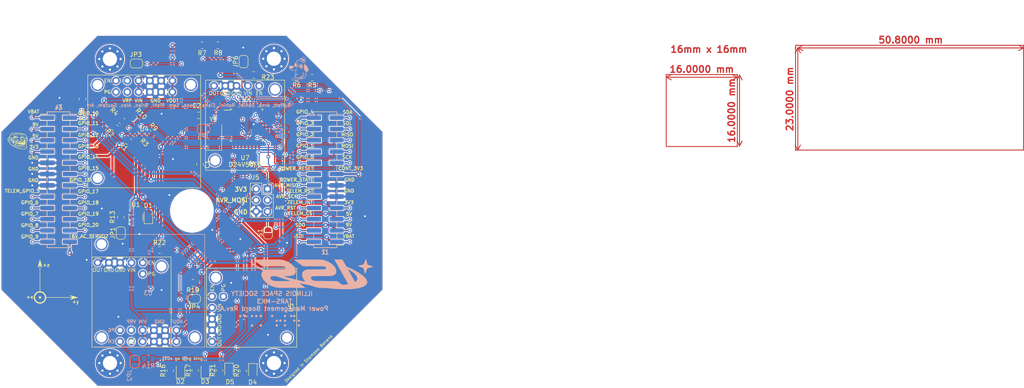
<source format=kicad_pcb>
(kicad_pcb (version 20211014) (generator pcbnew)
  (layers (0 "F.Cu" signal) (31 "B.Cu" signal) (34 "B.Paste" user) (35 "F.Paste" user) (36 "B.SilkS" user "B.Silkscreen") (37 "F.SilkS" user "F.Silkscreen") (38 "B.Mask" user) (39 "F.Mask" user) (44 "Edge.Cuts" user))
  (net 0 "")
  (net 1 "Net-(C1-Pad1)")
  (net 2 "/TELEM_GPIO_1")
  (net 3 "GND")
  (net 4 "/TELEM_GPIO_2")
  (net 5 "Net-(C2-Pad1)")
  (net 6 "/TELEM_GPIO_3")
  (net 7 "3V3")
  (net 8 "/TELEM_GPIO_4")
  (net 9 "Net-(D1-Pad2)")
  (net 10 "/TELEM_GPIO_5")
  (net 11 "/B2B_GPIO_6")
  (net 12 "/B2B_I2C_SDA")
  (net 13 "/B2B_GPIO_7")
  (net 14 "/B2B_I2C_SCL")
  (net 15 "/B2B_GPIO_8")
  (net 16 "/B2B_GPIO_9")
  (net 17 "/B2B_GPIO_10")
  (net 18 "/B2B_GPIO_11")
  (net 19 "/B2B_UART_SDI")
  (net 20 "/B2B_UART_SDO")
  (net 21 "/TELEM_CS")
  (net 22 "/TELEM_INT")
  (net 23 "/TELEM_RST")
  (net 24 "/POWER_STATE")
  (net 25 "/POWER_RESET")
  (net 26 "/B2B_GPIO_12")
  (net 27 "/B2B_GPIO_13")
  (net 28 "/B2B_GPIO_14")
  (net 29 "/B2B_GPIO_15")
  (net 30 "/B2B_GPIO_16")
  (net 31 "/B2B_GPIO_17")
  (net 32 "/B2B_GPIO_18")
  (net 33 "/B2B_GPIO_19")
  (net 34 "/B2B_GPIO_20")
  (net 35 "Net-(D2-Pad1)")
  (net 36 "/LED0")
  (net 37 "Net-(D3-Pad1)")
  (net 38 "/LED1")
  (net 39 "Net-(D4-Pad2)")
  (net 40 "Net-(D5-Pad2)")
  (net 41 "VBAT")
  (net 42 "9V")
  (net 43 "5V")
  (net 44 "/AVR_MISO")
  (net 45 "/AVR_SCK")
  (net 46 "/AVR_MOSI")
  (net 47 "/AVR_RST")
  (net 48 "Net-(JP1-Pad2)")
  (net 49 "Net-(JP2-Pad1)")
  (net 50 "/6V_AC_SERVO1_EN")
  (net 51 "Net-(JP3-Pad1)")
  (net 52 "Net-(JP4-Pad1)")
  (net 53 "/3V3_EN")
  (net 54 "Net-(JP5-Pad1)")
  (net 55 "Net-(JP6-Pad1)")
  (net 56 "/5V_EN")
  (net 57 "/VBAT_MONITOR")
  (net 58 "/9V_MONITOR")
  (net 59 "6V_AC_SERVO1")
  (net 60 "/6V_AC_SERVO1_MONITOR")
  (net 61 "6V_AC_SERVO2")
  (net 62 "/6V_AC_SERVO2_MONITOR")
  (net 63 "/5V_MONITOR")
  (net 65 "/9V_EN")
  (net 76 "/6V_AC_SERVO2_EN")
  (footprint "Diode_SMD:D_0805_2012Metric" (layer "F.Cu") (at 86.14 162.9775 -90)
    (fp_text reference "D5")
    (fp_text value "LED")
  )
  (footprint "D24V50F5:D24V50F5" (layer "F.Cu") (at 89.75 117.85 180)
    (fp_text reference "U7")
    (fp_text value "D24V50F5")
  )
  (footprint "MountingHole:MountingHole_3.2mm_M3_Pad_Via" (layer "F.Cu") (at 96.233914 92.731986)
    (fp_text reference "REF**" hide)
    (fp_text value "MountingHole_3.2mm_M3_Pad_Via")
  )
  (footprint "D36V28F3:D36V28F3" (layer "F.Cu") (at 101.36 148.8 -90)
    (fp_text reference "U5")
    (fp_text value "D36V28F9")
  )
  (footprint "LED_SMD:LED_0805_2012Metric" (layer "F.Cu") (at 80.8 162.97 90)
    (fp_text reference "D3")
    (fp_text value "ORANGE")
  )
  (footprint "Connector_PinHeader_2.54mm:PinHeader_2x12_P2.54mm_Vertical_SMD" (layer "F.Cu") (at 107.791 119.98 180)
    (fp_text reference "J1")
    (fp_text value "Conn_02x12_Odd_Even")
  )
  (footprint "LED_SMD:LED_0805_2012Metric" (layer "F.Cu") (at 75.23 162.97 90)
    (fp_text reference "D2")
    (fp_text value "GREEN")
  )
  (footprint "Resistor_SMD:R_0805_2012Metric" (layer "F.Cu") (at 65.191 109.78 135)
    (fp_text reference "R3")
    (fp_text value "200kOhm")
  )
  (footprint "Capacitor_SMD:C_0805_2012Metric" (layer "F.Cu") (at 79.6 116.5 -90)
    (fp_text reference "C1")
    (fp_text value "LOAD_C")
  )
  (footprint "Jumper:SolderJumper-2_P1.3mm_Open_RoundedPad1.0x1.5mm" (layer "F.Cu") (at 65.3 93.8)
    (fp_text reference "JP3")
    (fp_text value "Jumper_2_Open")
  )
  (footprint "MountingHole:MountingHole_3.2mm_M3_Pad_Via" (layer "F.Cu") (at 59.343914 92.791986)
    (fp_text reference "REF**" hide)
    (fp_text value "MountingHole_3.2mm_M3_Pad_Via")
  )
  (footprint "Resistor_SMD:R_0805_2012Metric" (layer "F.Cu") (at 89.37 163.05 90)
    (fp_text reference "R20")
    (fp_text value "1k")
  )
  (footprint "MountingHole:MountingHole_3.2mm_M3_Pad_Via" (layer "F.Cu") (at 59.353914 161.281986)
    (fp_text reference "REF**" hide)
    (fp_text value "MountingHole_3.2mm_M3_Pad_Via")
  )
  (footprint "Resistor_SMD:R_0805_2012Metric" (layer "F.Cu") (at 64.836235 106.325235 135)
    (fp_text reference "R10")
    (fp_text value "100kOhm")
  )
  (footprint "Resistor_SMD:R_0805_2012Metric" (layer "F.Cu") (at 101.35 97.01 180)
    (fp_text reference "R6")
    (fp_text value "100kOhm")
  )
  (footprint "Package_QFP:TQFP-32_7x7mm_P0.8mm" (layer "F.Cu") (at 90.1 107.7)
    (fp_text reference "U2")
    (fp_text value "ATmega328P-A")
  )
  (footprint "Resistor_SMD:R_0805_2012Metric" (layer "F.Cu") (at 72.93 163 90)
    (fp_text reference "R16")
    (fp_text value "150Ω")
  )
  (footprint "LED_SMD:LED_0805_2012Metric" (layer "F.Cu") (at 91.49 163.0875 -90)
    (fp_text reference "D4")
    (fp_text value "LED")
  )
  (footprint "Diode_SMD:D_0805_2012Metric" (layer "F.Cu") (at 68 128.2 90)
    (fp_text reference "D1")
    (fp_text value "D")
  )
  (footprint "Resistor_SMD:R_0805_2012Metric" (layer "F.Cu") (at 60.491 108.28 135)
    (fp_text reference "R2")
    (fp_text value "100kOhm")
  )
  (footprint "Resistor_SMD:R_0805_2012Metric" (layer "F.Cu") (at 91.6925 96.38)
    (fp_text reference "R23")
    (fp_text value "100kOhm")
  )
  (footprint "D36V28F3:D36V28F3" (layer "F.Cu") (at 64.2 157.7 180)
    (fp_text reference "U6")
    (fp_text value "D36V28F3")
  )
  (footprint "Jumper:SolderJumper-2_P1.3mm_Open_RoundedPad1.0x1.5mm" (layer "F.Cu") (at 89.41 93.38 90)
    (fp_text reference "JP6")
    (fp_text value "Jumper_2_Open")
  )
  (footprint "Resistor_SMD:R_0805_2012Metric" (layer "F.Cu") (at 61.8 128.4 -90)
    (fp_text reference "R13")
    (fp_text value "100kOhm")
  )
  (footprint "Capacitor_SMD:C_0805_2012Metric" (layer "F.Cu") (at 79.29 105.48 180)
    (fp_text reference "C2")
    (fp_text value "LOAD_C")
  )
  (footprint "memes:troll" (layer "F.Cu") (at 38.58 111.29)
    (fp_text reference "G***" hide)
    (fp_text value "LOGO" hide)
  )
  (footprint "Resistor_SMD:R_0805_2012Metric" (layer "F.Cu") (at 83.6 89.7)
    (fp_text reference "R8")
    (fp_text value "100kOhm")
  )
  (footprint "Package_TO_SOT_SMD:SOT-23-5" (layer "F.Cu") (at 65.2 128.4 90)
    (fp_text reference "U1")
    (fp_text value "LK112M33TR")
  )
  (footprint "Resistor_SMD:R_0805_2012Metric" (layer "F.Cu") (at 70.5 135.8)
    (fp_text reference "R22")
    (fp_text value "100kOhm")
  )
  (footprint "MountingHole:MountingHole_3.2mm_M3_Pad_Via" (layer "F.Cu") (at 96.243914 161.281986)
    (fp_text reference "REF**" hide)
    (fp_text value "MountingHole_3.2mm_M3_Pad_Via")
  )
  (footprint "Resistor_SMD:R_0805_2012Metric" (layer "F.Cu") (at 80.1 89.7)
    (fp_text reference "R7")
    (fp_text value "100kOhm")
  )
  (footprint "Resistor_SMD:R_0805_2012Metric" (layer "F.Cu") (at 67.936235 109.425235 135)
    (fp_text reference "R9")
    (fp_text value "100kOhm")
  )
  (footprint "Jumper:SolderJumper-2_P1.3mm_Open_RoundedPad1.0x1.5mm" (layer "F.Cu") (at 61.8 132 90)
    (fp_text reference "JP1")
    (fp_text value "Jumper_2_Open")
  )
  (footprint "Resistor_SMD:R_0805_2012Metric" (layer "F.Cu") (at 62.045765 106.734765 135)
    (fp_text reference "R4")
    (fp_text value "100kOhm")
  )
  (footprint "memes:axes" (layer "F.Cu") (at 47.2 142.9)
    (fp_text reference "G***" hide)
    (fp_text value "LOGO" hide)
  )
  (footprint "D36V50F6:D36V50F6-TARS" (layer "F.Cu") (at 79.756 96.4 180)
    (fp_text reference "U4")
    (fp_text value "D36V50F6")
  )
  (footprint "Resistor_SMD:R_0805_2012Metric" (layer "F.Cu") (at 104.85 97.01 180)
    (fp_text reference "R5")
    (fp_text value "100kOhm")
  )
  (footprint "Resistor_SMD:R_0805_2012Metric" (layer "F.Cu") (at 84.01 162.9525 -90)
    (fp_text reference "R21")
    (fp_text value "1k")
  )
  (footprint "Connector_PinSocket_2.54mm:PinSocket_2x03_P2.54mm_Vertical" (layer "F.Cu") (at 94.781 122.055)
    (fp_text reference "J5")
    (fp_text value "AVRISP")
  )
  (footprint "Crystal:Crystal_SMD_5032-2Pin_5.0x3.2mm" (layer "F.Cu") (at 82.7 110.3 90)
    (fp_text reference "Y1")
    (fp_text value "8Mhz")
  )
  (footprint "Jumper:SolderJumper-2_P1.3mm_Open_RoundedPad1.0x1.5mm" (layer "F.Cu") (at 78.3 146.8 180)
    (fp_text reference "JP4")
    (fp_text value "Jumper_2_Open")
  )
  (footprint "Connector_PinHeader_2.54mm:PinHeader_2x12_P2.54mm_Vertical_SMD" (layer "F.Cu") (at 47.791 119.98)
    (fp_text reference "J3")
    (fp_text value "Conn_02x12_Odd_Even")
  )
  (footprint "Jumper:SolderJumper-2_P1.3mm_Open_RoundedPad1.0x1.5mm" (layer "F.Cu") (at 94.92 131.92 90)
    (fp_text reference "S1")
    (fp_text value "Reset")
  )
  (footprint "Resistor_SMD:R_0805_2012Metric" (layer "F.Cu") (at 53.16 101.8175 -90)
    (fp_text reference "R15")
    (fp_text value "100kOhm")
  )
  (footprint "Resistor_SMD:R_0805_2012Metric" (layer "F.Cu") (at 78.55 162.97 90)
    (fp_text reference "R17")
    (fp_text value "150Ω")
  )
  (footprint "Resistor_SMD:R_0805_2012Metric" (layer "F.Cu") (at 78 143.2 180)
    (fp_text reference "R19")
    (fp_text value "100kOhm")
  )
  (footprint "Resistor_SMD:R_0805_2012Metric" (layer "F.Cu") (at 63.591 111.38 135)
    (fp_text reference "R1")
    (fp_text value "200kOhm")
  )
  (footprint "Connector_PinHeader_2.54mm:PinHeader_2x12_P2.54mm_Vertical_SMD" (layer "B.Cu") (at 107.791 119.98)
    (fp_text reference "J2")
    (fp_text value "Conn_02x12_Odd_Even")
  )
  (footprint "Connector_PinHeader_2.54mm:PinHeader_2x12_P2.54mm_Vertical_SMD" (layer "B.Cu") (at 47.791 119.98 180)
    (fp_text reference "J4")
    (fp_text value "Conn_02x12_Odd_Even")
  )
  (footprint "Resistor_SMD:R_0805_2012Metric" (layer "B.Cu") (at 98.8 109.2 -90)
    (fp_text reference "R18")
    (fp_text value "10k")
  )
  (footprint "Jumper:SolderJumper-2_P1.3mm_Open_RoundedPad1.0x1.5mm" (layer "B.Cu") (at 80.4 108.5)
    (fp_text reference "JP5")
    (fp_text value "Jumper_2_Open")
  )
  (footprint "D36V50F6:D36V50F6-TARS" (layer "B.Cu") (at 80.66 157.7 180)
    (fp_text reference "U3")
    (fp_text value "D36V50F6")
  )
  (footprint "memes:it is fine" (layer "B.Cu") (at 101.92 95.17 180)
    (fp_text reference "G***" hide)
    (fp_text value "LOGO" hide)
  )
  (footprint "Jumper:SolderJumper-2_P1.3mm_Open_RoundedPad1.0x1.5mm" (layer "B.Cu") (at 64.9 161 -90)
    (fp_text reference "JP2")
    (fp_text value "Jumper_2_Open")
  )
  (footprint "ISS_LOGO:ISS_LOGO_extreme small" (layer "B.Cu") (at 105.129121 141.331764 180)
    (fp_text reference "G***" hide)
    (fp_text value "LOGO" hide)
  )
  (footprint "Resistor_SMD:R_0805_2012Metric" (layer "B.Cu") (at 68 160.3)
    (fp_text reference "R14")
    (fp_text value "100kOhm")
  )
  (footprint "memes:TARS MK3" (layer "B.Cu") (at 95.12029 152.069735 180)
    (fp_text reference "G***" hide)
    (fp_text value "LOGO" hide)
  )
  (gr_rect (start 213.6 113.3) (end 264.9 89.7) (layer "F.Cu") (width 0.2) (fill none))
  (gr_rect (start 200.5 96.3) (end 184.5 112.5) (layer "F.Cu") (width 0.2) (fill none))
  (gr_line (start 34.802885 144.78626) (end 56.503663 166.51) (layer "Edge.Cuts") (width 0.01))
  (gr_line (start 120.779115 144.78626) (end 120.779115 109.17374) (layer "Edge.Cuts") (width 0.01))
  (gr_circle (center 59.348464 92.732718) (end 60.898464 92.732718) (layer "Edge.Cuts") (width 0.01) (fill none))
  (gr_line (start 56.503663 87.45) (end 34.802885 109.17374) (layer "Edge.Cuts") (width 0.01))
  (gr_circle (center 77.791 126.98) (end 82.6035 126.98) (layer "Edge.Cuts") (width 0.01) (fill none))
  (gr_circle (center 59.348464 161.227282) (end 60.898464 161.227282) (layer "Edge.Cuts") (width 0.01) (fill none))
  (gr_line (start 99.078337 166.51) (end 120.779115 144.78626) (layer "Edge.Cuts") (width 0.01))
  (gr_line (start 34.802885 109.17374) (end 34.802885 144.78626) (layer "Edge.Cuts") (width 0.01))
  (gr_line (start 99.078337 166.51) (end 56.503663 166.51) (layer "Edge.Cuts") (width 0.01))
  (gr_circle (center 96.233536 92.732718) (end 97.833536 92.732718) (layer "Edge.Cuts") (width 0.01) (fill none))
  (gr_line (start 120.779115 109.17374) (end 99.078337 87.45) (layer "Edge.Cuts") (width 0.01))
  (gr_circle (center 96.233536 161.227282) (end 97.783536 161.227282) (layer "Edge.Cuts") (width 0.01) (fill none))
  (gr_line (start 99.078337 87.45) (end 56.503663 87.45) (layer "Edge.Cuts") (width 0.01))
  (gr_text "16mm x 16mm" (at 194.1 90.6) (layer "F.Cu") (effects (font (size 1.5 1.5) (thickness 0.3))))
  (gr_text "ILLINOIS SPACE SOCIETY" (at 95.8 145.65) (layer "B.SilkS") (effects (font (size 1 1) (thickness 0.2)) (justify mirror)))
  (gr_text "Buffett, Arna, Daniel, Rohini, Eisha, Jason, Sam, Rishi, Brian, Alex, Gautam, Ary" (at 77.05 103.21) (layer "B.SilkS") (effects (font (size 0.75 0.75)) (justify mirror)))
  (gr_text "TARS-MK3\nPower Management Board Rev.A\n" (at 96.35 148.2) (layer "B.SilkS") (effects (font (size 1 1) (thickness 0.2)) (justify mirror)))
  (gr_text "+z\n" (at 45 139.2) (layer "F.SilkS") (effects (font (size 0.75 0.75))))
  (gr_text "SDI" (at 102.03 132.67) (layer "F.SilkS") (effects (font (size 0.75 0.75))))
  (gr_text "GPIO_17" (at 54.483 122.6312) (layer "F.SilkS") (effects (font (size 0.75 0.75))))
  (gr_text "Designed in Shampoo Banana" (at 104.01 160.26 45) (layer "F.SilkS") (effects (font (size 0.65 0.65) (thickness 0.1))))
  (gr_text "3V3" (at 42.232857 112.6) (layer "F.SilkS") (effects (font (size 0.75 0.75))))
  (gr_text "6V_AC_SERVO2" (at 54.8386 132.715) (layer "F.SilkS") (effects (font (size 0.75 0.75))))
  (gr_text "GND" (at 113.16 122.48) (layer "F.SilkS") (effects (font (size 0.75 0.75))))
  (gr_text "GND" (at 42.125715 115.01) (layer "F.SilkS") (effects (font (size 0.75 0.75))))
  (gr_text "SDL" (at 112.75 107.27) (layer "F.SilkS") (effects (font (size 0.75 0.75))))
  (gr_text "SDO" (at 102.16 130.19) (layer "F.SilkS") (effects (font (size 0.75 0.75))))
  (gr_text "3V3" (at 88.8 122.14) (layer "F.SilkS") (effects (font (size 1 1) (thickness 0.2))))
  (gr_text "AVR_SCK" (at 99.14 123.74) (layer "F.SilkS") (effects (font (size 0.75 0.75))))
  (gr_text "MISO" (at 112.75 109.83) (layer "F.SilkS") (effects (font (size 0.75 0.75))))
  (gr_text "TELEM_INT" (at 102.16 125.08) (layer "F.SilkS") (effects (font (size 0.75 0.75))))
  (gr_text "GPIO_13" (at 54.483 112.4712) (layer "F.SilkS") (effects (font (size 0.75 0.75))))
  (gr_text "GND" (at 113.22 120.01) (layer "F.SilkS") (effects (font (size 0.75 0.75))))
  (gr_text "GPIO_15" (at 54.483 117.3734) (layer "F.SilkS") (effects (font (size 0.75 0.75))))
  (gr_text "MOSI" (at 112.76 112.38) (layer "F.SilkS") (effects (font (size 0.75 0.75))))
  (gr_text "GPIO_9" (at 41.304286 132.81) (layer "F.SilkS") (effects (font (size 0.75 0.75))))
  (gr_text "9V" (at 42.59 107.56) (layer "F.SilkS") (effects (font (size 0.75 0.75))))
  (gr_text "5V" (at 113.13 127.67) (layer "F.SilkS") (effects (font (size 0.75 0.75))))
  (gr_text "3V3" (at 113.13 125.1) (layer "F.SilkS") (effects (font (size 0.75 0.75))))
  (gr_text "GPIO_16" (at 52.6796 120.015) (layer "F.SilkS") (effects (font (size 0.75 0.75))))
  (gr_text "GND" (at 42.125715 117.55) (layer "F.SilkS") (effects (font (size 0.75 0.75))))
  (gr_text "+x" (at 41.3 146.4) (layer "F.SilkS") (effects (font (size 0.75 0.75))))
  (gr_text "VBAT" (at 113.04 132.72) (layer "F.SilkS") (effects (font (size 0.75 0.75))))
  (gr_text "AVR_RST" (at 98.86 126.34) (layer "F.SilkS") (effects (font (size 0.75 0.75))))
  (gr_text "GPIO_6" (at 41.304286 125.13) (layer "F.SilkS") (effects (font (size 0.75 0.75))))
  (gr_text "GPIO_4" (at 103.2 104.68) (layer "F.SilkS") (effects (font (size 0.75 0.75))))
  (gr_text "GPIO_1" (at 103.22 112.34) (layer "F.SilkS") (effects (font (size 0.75 0.75))))
  (gr_text "POWER_STATE" (at 101.35 119.99) (layer "F.SilkS") (effects (font (size 0.75 0.75))))
  (gr_text "LEDs go bing bing" (at 75.675 160.25) (layer "F.SilkS") (effects (font (size 0.65 0.65) (thickness 0.1))))
  (gr_text "GPIO_10" (at 54.483 104.9954) (layer "F.SilkS") (effects (font (size 0.75 0.75))))
  (gr_text "TELEM_CS" (at 102.16 127.58) (layer "F.SilkS") (effects (font (size 0.75 0.75))))
  (gr_text "GPIO_3" (at 103.2 107.26) (layer "F.SilkS") (effects (font (size 0.75 0.75))))
  (gr_text "GND" (at 42.125715 120.12) (layer "F.SilkS") (effects (font (size 0.75 0.75))))
  (gr_text "GPIO_19" (at 54.483 127.6604) (layer "F.SilkS") (effects (font (size 0.75 0.75))))
  (gr_text "GPIO_0" (at 103.2 114.88) (layer "F.SilkS") (effects (font (size 0.75 0.75))))
  (gr_text "TELEM_RST" (at 102.1 122.53) (layer "F.SilkS") (effects (font (size 0.75 0.75))))
  (gr_text "GPIO_14" (at 54.483 114.8588) (layer "F.SilkS") (effects (font (size 0.75 0.75))))
  (gr_text "5V" (at 42.59 110.13) (layer "F.SilkS") (effects (font (size 0.75 0.75))))
  (gr_text "AVR_MOSI" (at 86.76 124.6) (layer "F.SilkS") (effects (font (size 1 1) (thickness 0.2))))
  (gr_text "VBAT" (at 42.164 104.648) (layer "F.SilkS") (effects (font (size 0.75 0.75))))
  (gr_text "POWER_RESET" (at 101.24 117.46) (layer "F.SilkS") (effects (font (size 0.75 0.75))))
  (gr_text "GPIO_7" (at 41.304286 127.66) (layer "F.SilkS") (effects (font (size 0.75 0.75))))
  (gr_text "SDA" (at 112.82 104.77) (layer "F.SilkS") (effects (font (size 0.75 0.75))))
  (gr_text "CONT_3V3" (at 113.5 117.43) (layer "F.SilkS") (effects (font (size 0.75 0.75))))
  (gr_text "GPIO_8" (at 41.304286 130.29) (layer "F.SilkS") (effects (font (size 0.75 0.75))))
  (gr_text "GND" (at 88.76 127.26) (layer "F.SilkS") (effects (font (size 1 1) (thickness 0.2))))
  (gr_text "TELEM_GPIO_5" (at 39.624 122.5) (layer "F.SilkS") (effects (font (size 0.75 0.75))))
  (gr_text "AVR_MISO" (at 99.04 121.26) (layer "F.SilkS") (effects (font (size 0.75 0.75))))
  (gr_text "9V" (at 113.07 130.13) (layer "F.SilkS") (effects (font (size 0.75 0.75))))
  (gr_text "GPIO_18" (at 54.483 125.1458) (layer "F.SilkS") (effects (font (size 0.75 0.75))))
  (gr_text "GPIO_2" (at 103.22 109.8) (layer "F.SilkS") (effects (font (size 0.75 0.75))))
  (gr_text "GPIO_20" (at 54.483 130.175) (layer "F.SilkS") (effects (font (size 0.75 0.75))))
  (gr_text "GPIO_11\n" (at 54.483 107.2554) (layer "F.SilkS") (effects (font (size 0.75 0.75))))
  (gr_text "SCK" (at 112.73 114.93) (layer "F.SilkS") (effects (font (size 0.75 0.75))))
  (gr_text "GPIO_12\n\n" (at 54.483 110.5154) (layer "F.SilkS") (effects (font (size 0.75 0.75))))
  (gr_text "+y" (at 51.6 147.5) (layer "F.SilkS") (effects (font (size 0.75 0.75))))
  (dimension (type aligned) (layer "F.Cu") (pts (xy 201 112.4) (xy 201 96.4)) (height 0) (gr_text "16.0000 mm" (at 199.2 104.4 90) (layer "F.Cu") (effects (font (size 1.5 1.5) (thickness 0.3)))) (format (units 3) (units_format 1) (precision 4)) (style (thickness 0.2) (arrow_length 1.27) (text_position_mode 0) (extension_height 0.58642) (extension_offset 0.5) keep_text_aligned))
  (dimension (type aligned) (layer "F.Cu") (pts (xy 184.5 96.9) (xy 200.5 96.9)) (height 0) (gr_text "16.0000 mm" (at 192.5 95.1) (layer "F.Cu") (effects (font (size 1.5 1.5) (thickness 0.3)))) (format (units 3) (units_format 1) (precision 4)) (style (thickness 0.2) (arrow_length 1.27) (text_position_mode 0) (extension_height 0.58642) (extension_offset 0.5) keep_text_aligned))
  (dimension (type aligned) (layer "F.Cu") (pts (xy 214.1 90.3) (xy 264.9 90.3)) (height 0) (gr_text "50.8000 mm" (at 239.5 88.5) (layer "F.Cu") (effects (font (size 1.5 1.5) (thickness 0.3)))) (format (units 3) (units_format 1) (precision 4)) (style (thickness 0.2) (arrow_length 1.27) (text_position_mode 0) (extension_height 0.58642) (extension_offset 0.5) keep_text_aligned))
  (dimension (type aligned) (layer "F.Cu") (pts (xy 214.1 113.3) (xy 214.1 90.3)) (height 0) (gr_text "23.0000 mm" (at 212.3 101.8 90) (layer "F.Cu") (effects (font (size 1.5 1.5) (thickness 0.3)))) (format (units 3) (units_format 1) (precision 4)) (style (thickness 0.2) (arrow_length 1.27) (text_position_mode 0) (extension_height 0.58642) (extension_offset 0.5) keep_text_aligned))
  (segment (start 85.85 110.5) (end 84.35 110.5) (width 0.25) (layer "F.Cu") (net 1))
  (segment (start 82.7 112.15) (end 81.05 112.15) (width 0.25) (layer "F.Cu") (net 1))
  (segment (start 81.05 112.15) (end 79.6 113.6) (width 0.25) (layer "F.Cu") (net 1))
  (segment (start 84.35 110.5) (end 82.7 112.15) (width 0.25) (layer "F.Cu") (net 1))
  (segment (start 79.6 113.6) (end 79.6 115.55) (width 0.25) (layer "F.Cu") (net 1))
  (segment (start 102.001 116.17) (end 105.266 116.17) (width 0.25) (layer "F.Cu") (net 2))
  (via (at 102.001 116.17) (size 0.8) (drill 0.4) (layers "F.Cu" "B.Cu") (net 2))
  (segment (start 105.266 116.17) (end 102.001 116.17) (width 0.25) (layer "B.Cu") (net 2))
  (segment (start 41.8592 121.2596) (end 41.8688 121.25) (width 0.25) (layer "F.Cu") (net 3))
  (segment (start 41.8688 121.25) (end 45.266 121.25) (width 0.25) (layer "F.Cu") (net 3))
  (segment (start 41.8688 116.17) (end 45.266 116.17) (width 0.25) (layer "F.Cu") (net 3))
  (segment (start 41.8592 116.1796) (end 41.8688 116.17) (width 0.25) (layer "F.Cu") (net 3))
  (segment (start 41.9004 118.71) (end 41.8592 118.6688) (width 0.25) (layer "F.Cu") (net 3))
  (segment (start 45.266 118.71) (end 41.9004 118.71) (width 0.25) (layer "F.Cu") (net 3))
  (via (at 48.01 101.53) (size 0.8) (drill 0.4) (layers "F.Cu" "B.Cu") (net 3))
  (via (at 82.363 131.298) (size 0.8) (drill 0.4) (layers "F.Cu" "B.Cu") (net 3))
  (via (at 91.7 107.5) (size 0.8) (drill 0.4) (layers "F.Cu" "B.Cu") (net 3))
  (via (at 99.2 134.2) (size 0.8) (drill 0.4) (layers "F.Cu" "B.Cu") (net 3))
  (via (at 73.53 115.33) (size 0.8) (drill 0.4) (layers "F.Cu" "B.Cu") (net 3))
  (via (at 41.8592 121.2596) (size 0.8) (drill 0.4) (layers "F.Cu" "B.Cu") (net 3))
  (via (at 70.96 144.84) (size 0.8) (drill 0.4) (layers "F.Cu" "B.Cu") (net 3))
  (via (at 72.711 123.424) (size 0.8) (drill 0.4) (layers "F.Cu" "B.Cu") (net 3))
  (via (at 70.97 105.12) (size 0.8) (drill 0.4) (layers "F.Cu" "B.Cu") (net 3))
  (via (at 116.73 128.21) (size 0.8) (drill 0.4) (layers "F.Cu" "B.Cu") (net 3))
  (via (at 88.68 133.35) (size 0.8) (drill 0.4) (layers "F.Cu" "B.Cu") (net 3))
  (via (at 54.12 138.03) (size 0.8) (drill 0.4) (layers "F.Cu" "B.Cu") (net 3))
  (via (at 62.2 134.4) (size 0.8) (drill 0.4) (layers "F.Cu" "B.Cu") (net 3))
  (via (at 41.8592 118.6688) (size 0.8) (drill 0.4) (layers "F.Cu" "B.Cu") (net 3))
  (via (at 89.33 90.21) (size 0.8) (drill 0.4) (layers "F.Cu" "B.Cu") (net 3))
  (via (at 61.25 150.86) (size 0.8) (drill 0.4) (layers "F.Cu" "B.Cu") (net 3))
  (via (at 66 132.2) (size 0.8) (drill 0.4) (layers "F.Cu" "B.Cu") (net 3))
  (via (at 94.89 154.91) (size 0.8) (drill 0.4) (layers "F.Cu" "B.Cu") (net 3))
  (via (at 41.8592 116.1796) (size 0.8) (drill 0.4) (layers "F.Cu" "B.Cu") (net 3))
  (via (at 57.52 126.47) (size 0.8) (drill 0.4) (layers "F.Cu" "B.Cu") (net 3))
  (via (at 86.61 143.22) (size 0.8) (drill 0.4) (layers "F.Cu" "B.Cu") (net 3))
  (segment (start 45.266 116.17) (end 45.266 118.71) (width 0.25) (layer "B.Cu") (net 3))
  (segment (start 41.8592 118.6688) (end 41.9004 118.71) (width 0.25) (layer "B.Cu") (net 3))
  (segment (start 41.8688 116.17) (end 41.8592 116.1796) (width 0.25) (layer "B.Cu") (net 3))
  (segment (start 45.266 118.71) (end 45.266 121.25) (width 0.25) (layer "B.Cu") (net 3))
  (segment (start 41.9004 118.71) (end 45.266 118.71) (width 0.25) (layer "B.Cu") (net 3))
  (segment (start 45.266 116.17) (end 41.8688 116.17) (width 0.25) (layer "B.Cu") (net 3))
  (segment (start 41.8688 121.25) (end 41.8592 121.2596) (width 0.25) (layer "B.Cu") (net 3))
  (segment (start 45.266 121.25) (end 41.8688 121.25) (width 0.25) (layer "B.Cu") (net 3))
  (segment (start 105.266 113.63) (end 102.001 113.63) (width 0.25) (layer "F.Cu") (net 4))
  (via (at 102.001 113.63) (size 0.8) (drill 0.4) (layers "F.Cu" "B.Cu") (net 4))
  (segment (start 102.001 113.63) (end 105.266 113.63) (width 0.25) (layer "B.Cu") (net 4))
  (segment (start 83.95 109.7) (end 82.7 108.45) (width 0.25) (layer "F.Cu") (net 5))
  (segment (start 82.7 108.45) (end 82.7 106.76) (width 0.25) (layer "F.Cu") (net 5))
  (segment (start 81.42 105.48) (end 80.24 105.48) (width 0.25) (layer "F.Cu") (net 5))
  (segment (start 82.7 106.76) (end 81.42 105.48) (width 0.25) (layer "F.Cu") (net 5))
  (segment (start 85.85 109.7) (end 83.95 109.7) (width 0.25) (layer "F.Cu") (net 5))
  (segment (start 102.001 111.09) (end 105.266 111.09) (width 0.25) (layer "F.Cu") (net 6))
  (via (at 102.001 111.09) (size 0.8) (drill 0.4) (layers "F.Cu" "B.Cu") (net 6))
  (segment (start 105.266 111.09) (end 102.001 111.09) (width 0.25) (layer "B.Cu") (net 6))
  (segment (start 97.52 97.22) (end 102.28 101.98) (width 0.5) (layer "F.Cu") (net 7))
  (segment (start 92.2 108.1) (end 94.35 108.1) (width 0.25) (layer "F.Cu") (net 7))
  (segment (start 110.129 126.33) (end 113.244 126.33) (width 0.25) (layer "F.Cu") (net 7))
  (segment (start 58.5537 137.1413) (end 58.5537 137.1463) (width 0.5) (layer "F.Cu") (net 7))
  (segment (start 55.7784 105.4784) (end 55.7784 105.5116) (width 0.5) (layer "F.Cu") (net 7))
  (segment (start 87.84 157.86) (end 87.84 157.88) (width 0.25) (layer "F.Cu") (net 7))
  (segment (start 68 133.6) (end 65.805 135.795) (width 0.25) (layer "F.Cu") (net 7))
  (segment (start 115.229 122.351) (end 115.229 118.711) (width 0.5) (layer "F.Cu") (net 7))
  (segment (start 102.28 101.98) (end 102.31 101.98) (width 0.5) (layer "F.Cu") (net 7))
  (segment (start 93.445 97.22) (end 97.52 97.22) (width 0.5) (layer "F.Cu") (net 7))
  (segment (start 58.99 114.63) (end 42.8496 114.63) (width 0.5) (layer "F.Cu") (net 7))
  (segment (start 77.0875 143.2) (end 77.0875 141.1125) (width 0.5) (layer "F.Cu") (net 7))
  (segment (start 87.84 157.86) (end 89.37 159.39) (width 0.5) (layer "F.Cu") (net 7))
  (segment (start 74.4 135.8) (end 71.4125 135.8) (width 0.5) (layer "F.Cu") (net 7))
  (segment (start 96.6 104.9) (end 97.3 105.6) (width 0.5) (layer "F.Cu") (net 7))
  (segment (start 94.4 134.699) (end 88.9505 129.2495) (width 0.5) (layer "F.Cu") (net 7))
  (segment (start 41.8688 113.63) (end 41.8592 113.6396) (width 0.25) (layer "F.Cu") (net 7))
  (segment (start 107.863 125.08) (end 112.5 125.08) (width 0.5) (layer "F.Cu") (net 7))
  (segment (start 94.35 144) (end 94.4 143.95) (width 0.5) (layer "F.Cu") (net 7))
  (segment (start 90.6 109.7) (end 89 108.1) (width 0.25) (layer "F.Cu") (net 7))
  (segment (start 96.25 108.1) (end 94.35 108.1) (width 0.5) (layer "F.Cu") (net 7))
  (segment (start 77.0875 141.1125) (end 78.9 139.3) (width 0.5) (layer "F.Cu") (net 7))
  (segment (start 78.9 139.3) (end 88.9505 129.2495) (width 0.5) (layer "F.Cu") (net 7))
  (segment (start 88.2 107.3) (end 85.85 107.3) (width 0.25) (layer "F.Cu") (net 7))
  (segment (start 88.2 108.9) (end 89 108.1) (width 0.25) (layer "F.Cu") (net 7))
  (segment (start 85.85 108.9) (end 88.2 108.9) (width 0.25) (layer "F.Cu") (net 7))
  (segment (start 60.765511 112.805489) (end 61.429 112.142) (width 0.25) (layer "F.Cu") (net 7))
  (segment (start 58.5537 137.1463) (end 56.575 139.125) (width 0.5) (layer "F.Cu") (net 7))
  (segment (start 89 108.1) (end 88.2 107.3) (width 0.25) (layer "F.Cu") (net 7))
  (segment (start 42.8496 114.63) (end 41.8592 113.6396) (width 0.5) (layer "F.Cu") (net 7))
  (segment (start 110.316 118.71) (end 115.228 118.71) (width 0.5) (layer "F.Cu") (net 7))
  (segment (start 96.26 108.09) (end 96.25 108.1) (width 0.5) (layer "F.Cu") (net 7))
  (segment (start 61.429 112.142) (end 59.9 113.671) (width 0.5) (layer "F.Cu") (net 7))
  (segment (start 59.9 135.795) (end 58.5537 137.1413) (width 0.5) (layer "F.Cu") (net 7))
  (segment (start 59.9 113.671) (end 59.9 135.795) (width 0.5) (layer "F.Cu") (net 7))
  (segment (start 90.6 109.7) (end 92.2 108.1) (width 0.25) (layer "F.Cu") (net 7))
  (segment (start 53.16 102.73) (end 53.16 102.8932) (width 0.25) (layer "F.Cu") (net 7))
  (segment (start 109.113 126.33) (end 107.863 125.08) (width 0.5) (layer "F.Cu") (net 7))
  (segment (start 94.4 143.95) (end 94.4 134.699) (width 0.5) (layer "F.Cu") (net 7))
  (segment (start 68 129.1375) (end 68 133.6) (width 0.25) (layer "F.Cu") (net 7))
  (segment (start 65.805 135.795) (end 59.9 135.795) (width 0.25) (layer "F.Cu") (net 7))
  (segment (start 115.228 118.71) (end 115.229 118.711) (width 0.25) (layer "F.Cu") (net 7))
  (segment (start 59.9 113.72) (end 58.99 114.63) (width 0.5) (layer "F.Cu") (net 7))
  (segment (start 56.575 139.125) (end 56.57 139.125) (width 0.5) (layer "F.Cu") (net 7))
  (segment (start 110.316 126.33) (end 109.113 126.33) (width 0.5) (layer "F.Cu") (net 7))
  (segment (start 112.5 125.08) (end 115.229 122.351) (width 0.5) (layer "F.Cu") (net 7))
  (segment (start 58.535 137.16) (end 58.5537 137.1413) (width 0.25) (layer "F.Cu") (net 7))
  (segment (start 45.266 113.63) (end 41.8688 113.63) (width 0.25) (layer "F.Cu") (net 7))
  (segment (start 92.605 96.38) (end 93.445 97.22) (width 0.5) (layer "F.Cu") (net 7))
  (segment (start 94.35 104.9) (end 96.6 104.9) (width 0.5) (layer "F.Cu") (net 7))
  (segment (start 89.37 159.39) (end 89.37 162.1375) (width 0.5) (layer "F.Cu") (net 7))
  (segment (start 94.35 109.7) (end 90.6 109.7) (width 0.25) (layer "F.Cu") (net 7))
  (segment (start 53.16 102.8932) (end 55.7784 105.5116) (width 0.5) (layer "F.Cu") (net 7))
  (segment (start 59.9 113.671) (end 59.9 113.72) (width 0.5) (layer "F.Cu") (net 7))
  (via (at 74.4 135.8) (size 0.8) (drill 0.4) (layers "F.Cu" "B.Cu") (net 7))
  (via (at 113.244 126.33) (size 0.8) (drill 0.4) (layers "F.Cu" "B.Cu") (net 7))
  (via (at 115.229 118.711) (size 1) (drill 0.4) (layers "F.Cu" "B.Cu") (net 7))
  (via (at 55.7784 105.5116) (size 1) (drill 0.4) (layers "F.Cu" "B.Cu") (net 7))
  (via (at 78.9 139.3) (size 0.8) (drill 0.4) (layers "F.Cu" "B.Cu") (net 7))
  (via (at 61.429 112.142) (size 1) (drill 0.4) (layers "F.Cu" "B.Cu") (net 7))
  (via (at 97.3 105.6) (size 1) (drill 0.4) (layers "F.Cu" "B.Cu") (net 7))
  (via (at 107.863 125.08) (size 1) (drill 0.4) (layers "F.Cu" "B.Cu") (net 7))
  (via (at 102.31 101.98) (size 1) (drill 0.4) (layers "F.Cu" "B.Cu") (net 7))
  (via (at 94.35 144) (size 0.8) (drill 0.4) (layers "F.Cu" "B.Cu") (net 7))
  (via (at 88.9505 129.2495) (size 0.8) (drill 0.4) (layers "F.Cu" "B.Cu") (net 7))
  (via (at 41.8592 113.6396) (size 0.8) (drill 0.4) (layers "F.Cu" "B.Cu") (net 7))
  (via (at 87.84 157.86) (size 0.8) (drill 0.4) (layers "F.Cu" "B.Cu") (net 7))
  (via (at 96.26 108.09) (size 0.8) (drill 0.4) (layers "F.Cu" "B.Cu") (net 7))
  (segment (start 85.4 160.3) (end 68.9125 160.3) (width 0.5) (layer "B.Cu") (net 7))
  (segment (start 115.229 118.559) (end 115.229 118.711) (width 0.25) (layer "B.Cu") (net 7))
  (segment (start 74.4 135.8) (end 75.4 135.8) (width 0.5) (layer "B.Cu") (net 7))
  (segment (start 111.6 102) (end 115.229 105.629) (width 0.5) (layer "B.Cu") (net 7))
  (segment (start 101.6 125.08) (end 99.939511 126.740489) (width 0.5) (layer "B.Cu") (net 7))
  (segment (start 99.939511 128.060489) (end 98.7505 129.2495) (width 0.5) (layer "B.Cu") (net 7))
  (segment (start 55.7784 105.5116) (end 55.7784 105.5784) (width 0.5) (layer "B.Cu") (net 7))
  (segment (start 94.375 151.325) (end 87.84 157.86) (width 0.5) (layer "B.Cu") (net 7))
  (segment (start 113.244 126.33) (end 110.129 126.33) (width 0.25) (layer "B.Cu") (net 7))
  (segment (start 78.299 118.598) (end 67.885 118.598) (width 0.5) (layer "B.Cu") (net 7))
  (segment (start 110.316 118.71) (end 115.078 118.71) (width 0.5) (layer "B.Cu") (net 7))
  (segment (start 102.33 102) (end 111.6 102) (width 0.5) (layer "B.Cu") (net 7))
  (segment (start 75.4 135.8) (end 78.9 139.3) (width 0.5) (layer "B.Cu") (net 7))
  (segment (start 115.229 105.629) (end 115.229 118.559) (width 0.5) (layer "B.Cu") (net 7))
  (segment (start 99.939511 126.740489) (end 99.939511 128.060489) (width 0.5) (layer "B.Cu") (net 7))
  (segment (start 92.241 122.055) (end 87.061 127.235) (width 0.5) (layer "B.Cu") (net 7))
  (segment (start 94.375 144.025) (end 94.375 151.325) (width 0.5) (layer "B.Cu") (net 7))
  (segment (start 98.8 108.2875) (end 98.6125 108.1) (width 0.5) (layer "B.Cu") (net 7))
  (segment (start 97.3 107.05) (end 96.26 108.09) (width 0.5) (layer "B.Cu") (net 7))
  (segment (start 67.885 118.598) (end 61.429 112.142) (width 0.5) (layer "B.Cu") (net 7))
  (segment (start 102.29 102) (end 100.9 102) (width 0.5) (layer "B.Cu") (net 7))
  (segment (start 96.27 108.1) (end 96.26 108.09) (width 0.5) (layer "B.Cu") (net 7))
  (segment (start 115.078 118.71) (end 115.229 118.559) (width 0.25) (layer "B.Cu") (net 7))
  (segment (start 88.9505 129.2495) (end 86.936 127.235) (width 0.5) (layer "B.Cu") (net 7))
  (segment (start 98.7505 129.2495) (end 88.9505 129.2495) (width 0.5) (layer "B.Cu") (net 7))
  (segment (start 100.9 102) (end 97.3 105.6) (width 0.5) (layer "B.Cu") (net 7))
  (segment (start 98.6125 108.1) (end 96.27 108.1) (width 0.5) (layer "B.Cu") (net 7))
  (segment (start 94.35 144) (end 94.375 144.025) (width 0.5) (layer "B.Cu") (net 7))
  (segment (start 41.8688 113.63) (end 45.266 113.63) (width 0.25) (layer "B.Cu") (net 7))
  (segment (start 97.3 105.6) (end 97.3 107.05) (width 0.5) (layer "B.Cu") (net 7))
  (segment (start 55.7784 105.5784) (end 61.429 111.229) (width 0.5) (layer "B.Cu") (net 7))
  (segment (start 41.8592 113.6396) (end 41.8688 113.63) (width 0.25) (layer "B.Cu") (net 7))
  (segment (start 102.31 101.98) (end 102.33 102) (width 0.25) (layer "B.Cu") (net 7))
  (segment (start 87.061 127.235) (end 86.936 127.235) (width 0.25) (layer "B.Cu") (net 7))
  (segment (start 86.936 127.235) (end 78.299 118.598) (width 0.5) (layer "B.Cu") (net 7))
  (segment (start 87.84 157.86) (end 85.4 160.3) (width 0.5) (layer "B.Cu") (net 7))
  (segment (start 107.863 125.08) (end 101.6 125.08) (width 0.5) (layer "B.Cu") (net 7))
  (segment (start 61.429 111.229) (end 61.429 112.142) (width 0.5) (layer "B.Cu") (net 7))
  (segment (start 102.31 101.98) (end 102.29 102) (width 0.25) (layer "B.Cu") (net 7))
  (segment (start 105.266 108.55) (end 102.001 108.55) (width 0.25) (layer "F.Cu") (net 8))
  (via (at 102.001 108.55) (size 0.8) (drill 0.4) (layers "F.Cu" "B.Cu") (net 8))
  (segment (start 102.001 108.55) (end 105.266 108.55) (width 0.25) (layer "B.Cu") (net 8))
  (segment (start 68 127.2625) (end 66.15 127.2625) (width 0.25) (layer "F.Cu") (net 9))
  (segment (start 41.9196 123.79) (end 41.91 123.7996) (width 0.25) (layer "F.Cu") (net 10))
  (segment (start 45.266 123.79) (end 41.9196 123.79) (width 0.25) (layer "F.Cu") (net 10))
  (via (at 41.91 123.7996) (size 0.8) (drill 0.4) (layers "F.Cu" "B.Cu") (net 10))
  (segment (start 41.9196 123.79) (end 45.266 123.79) (width 0.25) (layer "B.Cu") (net 10))
  (segment (start 41.91 123.7996) (end 41.9196 123.79) (width 0.25) (layer "B.Cu") (net 10))
  (segment (start 41.91 126.3396) (end 41.9196 126.33) (width 0.25) (layer "F.Cu") (net 11))
  (segment (start 41.9196 126.33) (end 45.266 126.33) (width 0.25) (layer "F.Cu") (net 11))
  (via (at 41.91 126.3396) (size 0.8) (drill 0.4) (layers "F.Cu" "B.Cu") (net 11))
  (segment (start 41.9196 126.33) (end 41.91 126.3396) (width 0.25) (layer "B.Cu") (net 11))
  (segment (start 45.266 126.33) (end 41.9196 126.33) (width 0.25) (layer "B.Cu") (net 11))
  (segment (start 110.129 106.01) (end 113.244 106.01) (width 0.25) (layer "F.Cu") (net 12))
  (via (at 113.244 106.01) (size 0.8) (drill 0.4) (layers "F.Cu" "B.Cu") (net 12))
  (segment (start 113.244 106.01) (end 110.129 106.01) (width 0.25) (layer "B.Cu") (net 12))
  (segment (start 41.9196 128.87) (end 41.91 128.8796) (width 0.25) (layer "F.Cu") (net 13))
  (segment (start 45.266 128.87) (end 41.9196 128.87) (width 0.25) (layer "F.Cu") (net 13))
  (via (at 41.91 128.8796) (size 0.8) (drill 0.4) (layers "F.Cu" "B.Cu") (net 13))
  (segment (start 41.91 128.8796) (end 41.9196 128.87) (width 0.25) (layer "B.Cu") (net 13))
  (segment (start 41.9196 128.87) (end 45.266 128.87) (width 0.25) (layer "B.Cu") (net 13))
  (segment (start 113.244 108.55) (end 110.129 108.55) (width 0.25) (layer "F.Cu") (net 14))
  (via (at 113.244 108.55) (size 0.8) (drill 0.4) (layers "F.Cu" "B.Cu") (net 14))
  (segment (start 110.129 108.55) (end 113.244 108.55) (width 0.25) (layer "B.Cu") (net 14))
  (segment (start 41.9704 131.41) (end 45.266 131.41) (width 0.25) (layer "F.Cu") (net 15))
  (segment (start 41.9608 131.4196) (end 41.9704 131.41) (width 0.25) (layer "F.Cu") (net 15))
  (via (at 41.9608 131.4196) (size 0.8) (drill 0.4) (layers "F.Cu" "B.Cu") (net 15))
  (segment (start 41.9704 131.41) (end 41.9608 131.4196) (width 0.25) (layer "B.Cu") (net 15))
  (segment (start 45.266 131.41) (end 41.9704 131.41) (width 0.25) (layer "B.Cu") (net 15))
  (segment (start 45.266 133.95) (end 41.9704 133.95) (width 0.25) (layer "F.Cu") (net 16))
  (segment (start 41.9704 133.95) (end 41.9608 133.9596) (width 0.25) (layer "F.Cu") (net 16))
  (via (at 41.9608 133.9596) (size 0.8) (drill 0.4) (layers "F.Cu" "B.Cu") (net 16))
  (segment (start 41.9704 133.95) (end 45.266 133.95) (width 0.25) (layer "B.Cu") (net 16))
  (segment (start 41.9608 133.9596) (end 41.9704 133.95) (width 0.25) (layer "B.Cu") (net 16))
  (segment (start 53.6448 106.0196) (end 53.6352 106.01) (width 0.25) (layer "F.Cu") (net 17))
  (segment (start 53.6352 106.01) (end 50.316 106.01) (width 0.25) (layer "F.Cu") (net 17))
  (via (at 53.6448 106.0196) (size 0.8) (drill 0.4) (layers "F.Cu" "B.Cu") (net 17))
  (segment (start 50.316 106.01) (end 53.6352 106.01) (width 0.25) (layer "B.Cu") (net 17))
  (segment (start 53.6352 106.01) (end 53.6448 106.0196) (width 0.25) (layer "B.Cu") (net 17))
  (segment (start 50.316 108.55) (end 53.6544 108.55) (width 0.25) (layer "F.Cu") (net 18))
  (segment (start 53.6544 108.55) (end 53.6956 108.5088) (width 0.25) (layer "F.Cu") (net 18))
  (via (at 53.6956 108.5088) (size 0.8) (drill 0.4) (layers "F.Cu" "B.Cu") (net 18))
  (segment (start 53.6956 108.5088) (end 53.6544 108.55) (width 0.25) (layer "B.Cu") (net 18))
  (segment (start 53.6544 108.55) (end 50.316 108.55) (width 0.25) (layer "B.Cu") (net 18))
  (segment (start 105.266 133.95) (end 102.001 133.95) (width 0.25) (layer "F.Cu") (net 19))
  (segment (start 88.1 103.45) (end 88.1 102.3) (width 0.25) (layer "F.Cu") (net 19))
  (segment (start 101.97 137) (end 101.97 133.981) (width 0.25) (layer "F.Cu") (net 19))
  (segment (start 102.74 137.77) (end 101.97 137) (width 0.25) (layer "F.Cu") (net 19))
  (segment (start 88.1 102.3) (end 87.2 101.4) (width 0.25) (layer "F.Cu") (net 19))
  (segment (start 116.47 137.77) (end 102.74 137.77) (width 0.25) (layer "F.Cu") (net 19))
  (segment (start 118.52 135.72) (end 116.47 137.77) (width 0.25) (layer "F.Cu") (net 19))
  (segment (start 106.6 99.9) (end 106.635614 99.9) (width 0.25) (layer "F.Cu") (net 19))
  (segment (start 107.324511 100.624511) (end 110.284511 100.624511) (width 0.25) (layer "F.Cu") (net 19))
  (segment (start 118.52 108.86) (end 118.52 135.72) (width 0.25) (layer "F.Cu") (net 19))
  (segment (start 110.284511 100.624511) (end 118.52 108.86) (width 0.25) (layer "F.Cu") (net 19))
  (segment (start 106.6 99.9) (end 107.324511 100.624511) (width 0.25) (layer "F.Cu") (net 19))
  (segment (start 101.97 133.981) (end 102.001 133.95) (width 0.25) (layer "F.Cu") (net 19))
  (via (at 87.2 101.4) (size 0.8) (drill 0.4) (layers "F.Cu" "B.Cu") (net 19))
  (via (at 106.6 99.9) (size 0.8) (drill 0.4) (layers "F.Cu" "B.Cu") (net 19))
  (via (at 102.001 133.95) (size 0.8) (drill 0.4) (layers "F.Cu" "B.Cu") (net 19))
  (segment (start 101 99.9) (end 106.6 99.9) (width 0.25) (layer "B.Cu") (net 19))
  (segment (start 98.3 102.6) (end 101 99.9) (width 0.25) (layer "B.Cu") (net 19))
  (segment (start 102.001 133.95) (end 105.266 133.95) (width 0.25) (layer "B.Cu") (net 19))
  (segment (start 88.4 102.6) (end 98.3 102.6) (width 0.25) (layer "B.Cu") (net 19))
  (segment (start 87.2 101.4) (end 88.4 102.6) (width 0.25) (layer "B.Cu") (net 19))
  (segment (start 102.001 131.41) (end 105.266 131.41) (width 0.25) (layer "F.Cu") (net 20))
  (segment (start 116.88 138.39) (end 102.38 138.39) (width 0.25) (layer "F.Cu") (net 20))
  (segment (start 88.9 101.9) (end 88.3 101.3) (width 0.25) (layer "F.Cu") (net 20))
  (segment (start 119.5 135.77) (end 116.88 138.39) (width 0.25) (layer "F.Cu") (net 20))
  (segment (start 102.38 138.39) (end 101.2 137.21) (width 0.25) (layer "F.Cu") (net 20))
  (segment (start 88.9 103.45) (end 88.9 101.9) (width 0.25) (layer "F.Cu") (net 20))
  (segment (start 101.2 132.211) (end 102.001 131.41) (width 0.25) (layer "F.Cu") (net 20))
  (segment (start 110.33 99.9) (end 119.5 109.07) (width 0.25) (layer "F.Cu") (net 20))
  (segment (start 108.7 99.9) (end 110.33 99.9) (width 0.25) (layer "F.Cu") (net 20))
  (segment (start 101.2 137.21) (end 101.2 132.211) (width 0.25) (layer "F.Cu") (net 20))
  (segment (start 119.5 109.07) (end 119.5 135.77) (width 0.25) (layer "F.Cu") (net 20))
  (via (at 108.7 99.9) (size 0.8) (drill 0.4) (layers "F.Cu" "B.Cu") (net 20))
  (via (at 102.001 131.41) (size 0.8) (drill 0.4) (layers "F.Cu" "B.Cu") (net 20))
  (via (at 88.3 101.3) (size 0.8) (drill 0.4) (layers "F.Cu" "B.Cu") (net 20))
  (segment (start 88.6 101.6) (end 98 101.6) (width 0.25) (layer "B.Cu") (net 20))
  (segment (start 105.266 131.41) (end 102.001 131.41) (width 0.25) (layer "B.Cu") (net 20))
  (segment (start 108.5 99.9) (end 108.7 99.9) (width 0.25) (layer "B.Cu") (net 20))
  (segment (start 98 101.6) (end 101 98.6) (width 0.25) (layer "B.Cu") (net 20))
  (segment (start 107.2 98.6) (end 108.5 99.9) (width 0.25) (layer "B.Cu") (net 20))
  (segment (start 101 98.6) (end 107.2 98.6) (width 0.25) (layer "B.Cu") (net 20))
  (segment (start 88.3 101.3) (end 88.6 101.6) (width 0.25) (layer "B.Cu") (net 20))
  (segment (start 99.09 127.68) (end 100.28 128.87) (width 0.25) (layer "F.Cu") (net 21))
  (segment (start 91.3 116.2245) (end 91.2245 116.3) (width 0.25) (layer "F.Cu") (net 21))
  (segment (start 100.28 128.87) (end 102.001 128.87) (width 0.25) (layer "F.Cu") (net 21))
  (segment (start 91.3 111.95) (end 91.3 116.2245) (width 0.25) (layer "F.Cu") (net 21))
  (segment (start 105.266 128.87) (end 102.001 128.87) (width 0.25) (layer "F.Cu") (net 21))
  (via (at 91.2245 116.3) (size 0.8) (drill 0.4) (layers "F.Cu" "B.Cu") (net 21))
  (via (at 99.09 127.68) (size 0.8) (drill 0.4) (layers "F.Cu" "B.Cu") (net 21))
  (via (at 102.001 128.87) (size 0.8) (drill 0.4) (layers "F.Cu" "B.Cu") (net 21))
  (segment (start 99.09 127.68) (end 99.09 124.014978) (width 0.25) (layer "B.Cu") (net 21))
  (segment (start 99.09 124.014978) (end 91.375022 116.3) (width 0.25) (layer "B.Cu") (net 21))
  (segment (start 91.375022 116.3) (end 91.1 116.3) (width 0.25) (layer "B.Cu") (net 21))
  (segment (start 102.001 128.87) (end 105.266 128.87) (width 0.25) (layer "B.Cu") (net 21))
  (segment (start 89.2 109.5) (end 90.2 110.5) (width 0.25) (layer "F.Cu") (net 22))
  (segment (start 96.7 126.587506) (end 96.7 130.7) (width 0.25) (layer "F.Cu") (net 22))
  (segment (start 90.2 110.5) (end 92.5 110.5) (width 0.25) (layer "F.Cu") (net 22))
  (segment (start 89.2 106.4) (end 87.3 104.5) (width 0.25) (layer "F.Cu") (net 22))
  (segment (start 99.2 124.087506) (end 96.7 126.587506) (width 0.25) (layer "F.Cu") (net 22))
  (segment (start 87.3 104.5) (end 87.3 103.45) (width 0.25) (layer "F.Cu") (net 22))
  (segment (start 95 111.84) (end 95 114.8) (width 0.25) (layer "F.Cu") (net 22))
  (segment (start 102.001 126.33) (end 105.266 126.33) (width 0.25) (layer "F.Cu") (net 22))
  (segment (start 94.99 111.83) (end 95 111.84) (width 0.25) (layer "F.Cu") (net 22))
  (segment (start 99.2 123.1) (end 99.2 124.087506) (width 0.25) (layer "F.Cu") (net 22))
  (via (at 94.99 111.83) (size 0.8) (drill 0.4) (layers "F.Cu" "B.Cu") (net 22))
  (via (at 95 114.8) (size 0.8) (drill 0.4) (layers "F.Cu" "B.Cu") (net 22))
  (via (at 89.2 106.4) (size 0.8) (drill 0.4) (layers "F.Cu" "B.Cu") (net 22))
  (via (at 99.2 123.1) (size 0.8) (drill 0.4) (layers "F.Cu" "B.Cu") (net 22))
  (via (at 92.5 110.5) (size 0.8) (drill 0.4) (layers "F.Cu" "B.Cu") (net 22))
  (via (at 89.2 109.5) (size 0.8) (drill 0.4) (layers "F.Cu" "B.Cu") (net 22))
  (via (at 96.7 130.7) (size 0.8) (drill 0.4) (layers "F.Cu" "B.Cu") (net 22))
  (via (at 102.001 126.33) (size 0.8) (drill 0.4) (layers "F.Cu" "B.Cu") (net 22))
  (segment (start 100.576969 128.953031) (end 98.83 130.7) (width 0.25) (layer "B.Cu") (net 22))
  (segment (start 95.275489 117.775489) (end 99.2 121.7) (width 0.25) (layer "B.Cu") (net 22))
  (segment (start 105.266 126.33) (end 102.001 126.33) (width 0.25) (layer "B.Cu") (net 22))
  (segment (start 101.971 126.3) (end 102.001 126.33) (width 0.25) (layer "B.Cu") (net 22))
  (segment (start 99.2 121.7) (end 99.2 123.1) (width 0.25) (layer "B.Cu") (net 22))
  (segment (start 89.2 106.4) (end 89.2 109.5) (width 0.25) (layer "B.Cu") (net 22))
  (segment (start 93.66 110.5) (end 92.5 110.5) (width 0.25) (layer "B.Cu") (net 22))
  (segment (start 100.576969 127.754031) (end 100.576969 128.953031) (width 0.25) (layer "B.Cu") (net 22))
  (segment (start 94.99 111.83) (end 93.66 110.5) (width 0.25) (layer "B.Cu") (net 22))
  (segment (start 98.83 130.7) (end 96.7 130.7) (width 0.25) (layer "B.Cu") (net 22))
  (segment (start 95 116.465386) (end 95.275489 116.740875) (width 0.25) (layer "B.Cu") (net 22))
  (segment (start 95 114.8) (end 95 116.465386) (width 0.25) (layer "B.Cu") (net 22))
  (segment (start 95.275489 116.740875) (end 95.275489 117.775489) (width 0.25) (layer "B.Cu") (net 22))
  (segment (start 102.001 126.33) (end 100.576969 127.754031) (width 0.25) (layer "B.Cu") (net 22))
  (segment (start 105.266 123.79) (end 102.001 123.79) (width 0.25) (layer "F.Cu") (net 23))
  (via (at 102.001 123.79) (size 0.8) (drill 0.4) (layers "F.Cu" "B.Cu") (net 23))
  (segment (start 102.001 123.79) (end 105.266 123.79) (width 0.25) (layer "B.Cu") (net 23))
  (segment (start 102.001 121.25) (end 105.266 121.25) (width 0.25) (layer "F.Cu") (net 24))
  (via (at 102.001 121.25) (size 0.8) (drill 0.4) (layers "F.Cu" "B.Cu") (net 24))
  (segment (start 105.266 121.25) (end 102.001 121.25) (width 0.25) (layer "B.Cu") (net 24))
  (segment (start 105.266 118.71) (end 102.001 118.71) (width 0.25) (layer "F.Cu") (net 25))
  (via (at 102.001 118.71) (size 0.8) (drill 0.4) (layers "F.Cu" "B.Cu") (net 25))
  (segment (start 102.001 118.71) (end 105.266 118.71) (width 0.25) (layer "B.Cu") (net 25))
  (segment (start 53.6352 111.09) (end 50.316 111.09) (width 0.25) (layer "F.Cu") (net 26))
  (segment (start 53.6448 111.0996) (end 53.6352 111.09) (width 0.25) (layer "F.Cu") (net 26))
  (via (at 53.6448 111.0996) (size 0.8) (drill 0.4) (layers "F.Cu" "B.Cu") (net 26))
  (segment (start 53.6352 111.09) (end 53.6448 111.0996) (width 0.25) (layer "B.Cu") (net 26))
  (segment (start 50.316 111.09) (end 53.6352 111.09) (width 0.25) (layer "B.Cu") (net 26))
  (segment (start 53.686 113.63) (end 50.316 113.63) (width 0.25) (layer "F.Cu") (net 27))
  (segment (start 53.7464 113.6904) (end 53.686 113.63) (width 0.25) (layer "F.Cu") (net 27))
  (via (at 53.7464 113.6904) (size 0.8) (drill 0.4) (layers "F.Cu" "B.Cu") (net 27))
  (segment (start 53.7464 113.6904) (end 53.686 113.63) (width 0.25) (layer "B.Cu") (net 27))
  (segment (start 53.686 113.63) (end 50.316 113.63) (width 0.25) (layer "B.Cu") (net 27))
  (segment (start 53.6352 116.17) (end 50.316 116.17) (width 0.25) (layer "F.Cu") (net 28))
  (segment (start 53.6956 116.2304) (end 53.6352 116.17) (width 0.25) (layer "F.Cu") (net 28))
  (via (at 53.6956 116.2304) (size 0.8) (drill 0.4) (layers "F.Cu" "B.Cu") (net 28))
  (segment (start 53.6956 116.2304) (end 53.6352 116.17) (width 0.25) (layer "B.Cu") (net 28))
  (segment (start 53.6352 116.17) (end 50.316 116.17) (width 0.25) (layer "B.Cu") (net 28))
  (segment (start 53.6448 118.7196) (end 53.6352 118.71) (width 0.25) (layer "F.Cu") (net 29))
  (segment (start 53.6352 118.71) (end 50.316 118.71) (width 0.25) (layer "F.Cu") (net 29))
  (via (at 53.6448 118.7196) (size 0.8) (drill 0.4) (layers "F.Cu" "B.Cu") (net 29))
  (segment (start 53.6352 118.71) (end 50.316 118.71) (width 0.25) (layer "B.Cu") (net 29))
  (segment (start 53.6448 118.7196) (end 53.6352 118.71) (width 0.25) (layer "B.Cu") (net 29))
  (segment (start 53.6352 121.25) (end 53.6448 121.2596) (width 0.25) (layer "F.Cu") (net 30))
  (segment (start 50.316 121.25) (end 53.6352 121.25) (width 0.25) (layer "F.Cu") (net 30))
  (via (at 53.6448 121.2596) (size 0.8) (drill 0.4) (layers "F.Cu" "B.Cu") (net 30))
  (segment (start 53.6448 121.2596) (end 53.6352 121.25) (width 0.25) (layer "B.Cu") (net 30))
  (segment (start 53.6352 121.25) (end 50.316 121.25) (width 0.25) (layer "B.Cu") (net 30))
  (segment (start 53.6352 123.79) (end 50.316 123.79) (width 0.25) (layer "F.Cu") (net 31))
  (segment (start 53.6448 123.7996) (end 53.6352 123.79) (width 0.25) (layer "F.Cu") (net 31))
  (via (at 53.6448 123.7996) (size 0.8) (drill 0.4) (layers "F.Cu" "B.Cu") (net 31))
  (segment (start 53.6352 123.79) (end 53.6448 123.7996) (width 0.25) (layer "B.Cu") (net 31))
  (segment (start 50.316 123.79) (end 53.6352 123.79) (width 0.25) (layer "B.Cu") (net 31))
  (segment (start 50.316 126.33) (end 53.6352 126.33) (width 0.25) (layer "F.Cu") (net 32))
  (segment (start 53.6352 126.33) (end 53.6448 126.3396) (width 0.25) (layer "F.Cu") (net 32))
  (via (at 53.6448 126.3396) (size 0.8) (drill 0.4) (layers "F.Cu" "B.Cu") (net 32))
  (segment (start 53.6352 126.33) (end 50.316 126.33) (width 0.25) (layer "B.Cu") (net 32))
  (segment (start 53.6448 126.3396) (end 53.6352 126.33) (width 0.25) (layer "B.Cu") (net 32))
  (segment (start 50.316 128.87) (end 53.6036 128.87) (width 0.25) (layer "F.Cu") (net 33))
  (segment (start 53.6036 128.87) (end 53.6448 128.8288) (width 0.25) (layer "F.Cu") (net 33))
  (via (at 53.6448 128.8288) (size 0.8) (drill 0.4) (layers "F.Cu" "B.Cu") (net 33))
  (segment (start 53.6448 128.8288) (end 53.6036 128.87) (width 0.25) (layer "B.Cu") (net 33))
  (segment (start 53.6036 128.87) (end 50.316 128.87) (width 0.25) (layer "B.Cu") (net 33))
  (segment (start 53.6544 131.41) (end 50.316 131.41) (width 0.25) (layer "F.Cu") (net 34))
  (segment (start 53.6956 131.3688) (end 53.6544 131.41) (width 0.25) (layer "F.Cu") (net 34))
  (via (at 53.6956 131.3688) (size 0.8) (drill 0.4) (layers "F.Cu" "B.Cu") (net 34))
  (segment (start 53.6544 131.41) (end 53.6956 131.3688) (width 0.25) (layer "B.Cu") (net 34))
  (segment (start 50.316 131.41) (end 53.6544 131.41) (width 0.25) (layer "B.Cu") (net 34))
  (segment (start 75.225 163.9125) (end 75.23 163.9075) (width 0.25) (layer "F.Cu") (net 35))
  (segment (start 72.93 163.9125) (end 75.225 163.9125) (width 0.25) (layer "F.Cu") (net 35))
  (segment (start 75.1 146.94) (end 75.1 150.6) (width 0.25) (layer "F.Cu") (net 36))
  (segment (start 76.3 160.9625) (end 75.23 162.0325) (width 0.25) (layer "F.Cu") (net 36))
  (segment (start 75.09 146.93) (end 75.1 146.94) (width 0.25) (layer "F.Cu") (net 36))
  (segment (start 89.7 126.9) (end 77.3 139.3) (width 0.25) (layer "F.Cu") (net 36))
  (segment (start 77.3 139.3) (end 77.2 139.3) (width 0.25) (layer "F.Cu") (net 36))
  (segment (start 76.3 154.5) (end 76.3 160.9625) (width 0.25) (layer "F.Cu") (net 36))
  (segment (start 76.1 154.7) (end 76.3 154.5) (width 0.25) (layer "F.Cu") (net 36))
  (segment (start 89.7 111.95) (end 89.7 126.9) (width 0.25) (layer "F.Cu") (net 36))
  (via (at 76.3 154.5) (size 0.8) (drill 0.4) (layers "F.Cu" "B.Cu") (net 36))
  (via (at 75.1 150.6) (size 0.8) (drill 0.4) (layers "F.Cu" "B.Cu") (net 36))
  (via (at 77.2 139.3) (size 0.8) (drill 0.4) (layers "F.Cu" "B.Cu") (net 36))
  (via (at 75.09 146.93) (size 0.8) (drill 0.4) (layers "F.Cu" "B.Cu") (net 36))
  (segment (start 75.09 146.93) (end 75.09 141.41) (width 0.25) (layer "B.Cu") (net 36))
  (segment (start 76.3 154.5) (end 76.3 151.8) (width 0.25) (layer "B.Cu") (net 36))
  (segment (start 76.3 151.8) (end 75.1 150.6) (width 0.25) (layer "B.Cu") (net 36))
  (segment (start 75.09 141.41) (end 77.2 139.3) (width 0.25) (layer "B.Cu") (net 36))
  (segment (start 80.8 163.9075) (end 78.575 163.9075) (width 0.25) (layer "F.Cu") (net 37))
  (segment (start 78.575 163.9075) (end 78.55 163.8825) (width 0.25) (layer "F.Cu") (net 37))
  (segment (start 80.8 159.23) (end 80.8 162.0325) (width 0.25) (layer "F.Cu") (net 38))
  (segment (start 84.6 122.2) (end 83.6 123.2) (width 0.25) (layer "F.Cu") (net 38))
  (segment (start 80.76 162.43) (end 80.8 162.39) (width 0.25) (layer "F.Cu") (net 38))
  (segment (start 88 147.3) (end 87.975 147.325) (width 0.25) (layer "F.Cu") (net 38))
  (segment (start 80.8 162.39) (end 80.8 162.0325) (width 0.25) (layer "F.Cu") (net 38))
  (segment (start 88 137.4) (end 88 147.3) (width 0.25) (layer "F.Cu") (net 38))
  (segment (start 83.6 123.2) (end 83.6 127) (width 0.25) (layer "F.Cu") (net 38))
  (segment (start 90.5 111.95) (end 90.5 119.1) (width 0.25) (layer "F.Cu") (net 38))
  (segment (start 90.5 119.1) (end 90.7 119.3) (width 0.25) (layer "F.Cu") (net 38))
  (via (at 83.6 127) (size 0.8) (drill 0.4) (layers "F.Cu" "B.Cu") (net 38))
  (via (at 90.7 119.3) (size 0.8) (drill 0.4) (layers "F.Cu" "B.Cu") (net 38))
  (via (at 84.6 122.2) (size 0.8) (drill 0.4) (layers "F.Cu" "B.Cu") (net 38))
  (via (at 88 137.4) (size 0.8) (drill 0.4) (layers "F.Cu" "B.Cu") (net 38))
  (via (at 87.975 147.325) (size 0.8) (drill 0.4) (layers "F.Cu" "B.Cu") (net 38))
  (via (at 80.8 159.23) (size 0.8) (drill 0.4) (layers "F.Cu" "B.Cu") (net 38))
  (segment (start 88 147.35) (end 88 154.36) (width 0.25) (layer "B.Cu") (net 38))
  (segment (start 90.7 119.3) (end 87.5 119.3) (width 0.25) (layer "B.Cu") (net 38))
  (segment (start 83.6 127) (end 83.6 133) (width 0.25) (layer "B.Cu") (net 38))
  (segment (start 87.5 119.3) (end 84.6 122.2) (width 0.25) (layer "B.Cu") (net 38))
  (segment (start 83.6 133) (end 88 137.4) (width 0.25) (layer "B.Cu") (net 38))
  (segment (start 88 154.36) (end 83.13 159.23) (width 0.25) (layer "B.Cu") (net 38))
  (segment (start 87.975 147.325) (end 88 147.35) (width 0.25) (layer "B.Cu") (net 38))
  (segment (start 83.13 159.23) (end 80.8 159.23) (width 0.25) (layer "B.Cu") (net 38))
  (segment (start 91.4275 163.9625) (end 91.49 164.025) (width 0.25) (layer "F.Cu") (net 39))
  (segment (start 89.37 163.9625) (end 91.4275 163.9625) (width 0.25) (layer "F.Cu") (net 39))
  (segment (start 84.01 163.865) (end 86.09 163.865) (width 0.25) (layer "F.Cu") (net 40))
  (segment (start 84.305 163.8775) (end 84.3 163.8825) (width 0.25) (layer "F.Cu") (net 40))
  (segment (start 86.09 163.865) (end 86.14 163.915) (width 0.25) (layer "F.Cu") (net 40))
  (segment (start 61.8 127.4875) (end 64.025 127.4875) (width 0.5) (layer "F.Cu") (net 41))
  (segment (start 43.4848 104.3432) (end 53.85 93.978) (width 0.5) (layer "F.Cu") (net 41))
  (segment (start 109.113 133.95) (end 108.117 132.954) (width 0.5) (layer "F.Cu") (net 41))
  (segment (start 41.8592 105.9688) (end 43.4848 104.3432) (width 0.5) (layer "F.Cu") (net 41))
  (segment (start 69.1346 88.51) (end 71.9446 91.32) (width 0.5) (layer "F.Cu") (net 41))
  (segment (start 64.236235 112.025235) (end 65.192 112.981) (width 0.5) (layer "F.Cu") (net 41))
  (segment (start 64.25 127.2625) (end 64.25 124.721) (width 0.5) (layer "F.Cu") (net 41))
  (segment (start 53.85 93.978) (end 53.85 92.01) (width 0.5) (layer "F.Cu") (net 41))
  (segment (start 65.786 97.67) (end 65.786 100.21) (width 0.5) (layer "F.Cu") (net 41))
  (segment (start 52.9432 104.3432) (end 53 104.4) (width 0.5) (layer "F.Cu") (net 41))
  (segment (start 65.786 97.67) (end 65.786 97.4786) (width 0.5) (layer "F.Cu") (net 41))
  (segment (start 84.2 96.38) (end 84.2 94.41) (width 0.5) (layer "F.Cu") (net 41))
  (segment (start 45.266 106.01) (end 41.9004 106.01) (width 0.25) (layer "F.Cu") (net 41))
  (segment (start 53.85 92.01) (end 57.35 88.51) (width 0.5) (layer "F.Cu") (net 41))
  (segment (start 113.244 133.95) (end 110.129 133.95) (width 0.25) (layer "F.Cu") (net 41))
  (segment (start 81.11 91.32) (end 71.9446 91.32) (width 0.5) (layer "F.Cu") (net 41))
  (segment (start 84.2 94.41) (end 81.11 91.32) (width 0.5) (layer "F.Cu") (net 41))
  (segment (start 57.35 88.51) (end 69.1346 88.51) (width 0.5) (layer "F.Cu") (net 41))
  (segment (start 110.316 133.95) (end 109.113 133.95) (width 0.5) (layer "F.Cu") (net 41))
  (segment (start 43.4848 104.3432) (end 52.9432 104.3432) (width 0.5) (layer "F.Cu") (net 41))
  (segment (start 65.192 112.981) (end 65.192 123.779) (width 0.5) (layer "F.Cu") (net 41))
  (segment (start 64.025 127.4875) (end 64.25 127.2625) (width 0.5) (layer "F.Cu") (net 41))
  (segment (start 64.25 124.721) (end 65.192 123.779) (width 0.5) (layer "F.Cu") (net 41))
  (segment (start 41.9004 106.01) (end 41.8592 105.9688) (width 0.25) (layer "F.Cu") (net 41))
  (segment (start 65.786 97.4786) (end 71.9446 91.32) (width 0.5) (layer "F.Cu") (net 41))
  (via (at 53 104.4) (size 0.8) (drill 0.4) (layers "F.Cu" "B.Cu") (net 41))
  (via (at 108.117 132.954) (size 1) (drill 0.4) (layers "F.Cu" "B.Cu") (net 41))
  (via (at 41.8592 105.9688) (size 0.8) (drill 0.4) (layers "F.Cu" "B.Cu") (net 41))
  (via (at 84.2 96.38) (size 1) (drill 0.4) (layers "F.Cu" "B.Cu") (net 41))
  (via (at 113.244 133.95) (size 0.8) (drill 0.4) (layers "F.Cu" "B.Cu") (net 41))
  (via (at 65.192 123.779) (size 1) (drill 0.4) (layers "F.Cu" "B.Cu") (net 41))
  (segment (start 64.19 148.679) (end 64.19 147.4936) (width 0.5) (layer "B.Cu") (net 41))
  (segment (start 108.117 132.954) (end 101.40221 132.954) (width 0.5) (layer "B.Cu") (net 41))
  (segment (start 100.99 137.19) (end 98.226 139.954) (width 0.5) (layer "B.Cu") (net 41))
  (segment (start 64.961 149.45) (end 64.921 149.41) (width 0.5) (layer "B.Cu") (net 41))
  (segment (start 100.99 133.36621) (end 100.99 137.19) (width 0.5) (layer "B.Cu") (net 41))
  (segment (start 64.921 149.41) (end 66.69 151.179) (width 0.5) (layer "B.Cu") (net 41))
  (segment (start 66.69 153.89) (end 66.69 156.43) (width 0.5) (layer "B.Cu") (net 41))
  (segment (start 66.69 151.179) (end 66.69 153.89) (width 0.5) (layer "B.Cu") (net 41))
  (segment (start 53 104.4) (end 53.226591 104.4) (width 0.5) (layer "B.Cu") (net 41))
  (segment (start 82.311 149.45) (end 64.961 149.45) (width 0.5) (layer "B.Cu") (net 41))
  (segment (start 81.367 139.954) (end 65.192 123.779) (width 0.5) (layer "B.Cu") (net 41))
  (segment (start 64.19 124.781) (end 65.192 123.779) (width 0.5) (layer "B.Cu") (net 41))
  (segment (start 41.8592 105.9688) (end 41.9004 106.01) (width 0.25) (layer "B.Cu") (net 41))
  (segment (start 53.226591 104.4) (end 54.61 105.783409) (width 0.5) (layer "B.Cu") (net 41))
  (segment (start 64.921 149.41) (end 64.19 148.679) (width 0.5) (layer "B.Cu") (net 41))
  (segment (start 110.129 133.95) (end 113.244 133.95) (width 0.25) (layer "B.Cu") (net 41))
  (segment (start 87.901 96.38) (end 90.321 98.8) (width 0.5) (layer "B.Cu") (net 41))
  (segment (start 84.2 96.38) (end 87.901 96.38) (width 0.5) (layer "B.Cu") (net 41))
  (segment (start 98.226 139.954) (end 81.367 139.954) (width 0.5) (layer "B.Cu") (net 41))
  (segment (start 54.61 113.197) (end 65.192 123.779) (width 0.5) (layer "B.Cu") (net 41))
  (segment (start 41.9004 106.01) (end 45.266 106.01) (width 0.25) (layer "B.Cu") (net 41))
  (segment (start 64.19 147.4936) (end 64.19 124.781) (width 0.5) (layer "B.Cu") (net 41))
  (segment (start 54.61 105.783409) (end 54.61 113.197) (width 0.5) (layer "B.Cu") (net 41))
  (segment (start 101.40221 132.954) (end 100.99 133.36621) (width 0.5) (layer "B.Cu") (net 41))
  (segment (start 91.64 148.76) (end 91.64 137.16) (width 0.5) (layer "F.Cu") (net 42))
  (segment (start 82.33 156.43) (end 83.97 156.43) (width 0.5) (layer "F.Cu") (net 42))
  (segment (start 83.97 156.43) (end 91.64 148.76) (width 0.5) (layer "F.Cu") (net 42))
  (segment (start 41.9196 108.55) (end 45.266 108.55) (width 0.25) (layer "F.Cu") (net 42))
  (segment (start 42.9488 109.7) (end 41.8592 108.6104) (width 0.5) (layer "F.Cu") (net 42))
  (segment (start 107.863 130.16) (end 109.066 130.16) (width 0.5) (layer "F.Cu") (net 42))
  (segment (start 66.8685 111.4575) (end 66.8685 123.9315) (width 0.5) (layer "F.Cu") (net 42))
  (segment (start 109.066 130.16) (end 110.316 131.41) (width 0.5) (layer "F.Cu") (net 42))
  (segment (start 65.836235 110.425235) (end 66.8685 111.4575) (width 0.5) (layer "F.Cu") (net 42))
  (segment (start 55.6 109.7) (end 42.9488 109.7) (width 0.5) (layer "F.Cu") (net 42))
  (segment (start 110.129 131.41) (end 113.244 131.41) (width 0.25) (layer "F.Cu") (net 42))
  (segment (start 41.8592 108.6104) (end 41.9196 108.55) (width 0.25) (layer "F.Cu") (net 42))
  (via (at 107.863 130.16) (size 1) (drill 0.4) (layers "F.Cu" "B.Cu") (net 42))
  (via (at 91.64 137.16) (size 1) (drill 0.4) (layers "F.Cu" "B.Cu") (net 42))
  (via (at 66.8685 123.9315) (size 1) (drill 0.4) (layers "F.Cu" "B.Cu") (net 42))
  (via (at 41.8592 108.6104) (size 0.8) (drill 0.4) (layers "F.Cu" "B.Cu") (net 42))
  (via (at 113.244 131.41) (size 0.8) (drill 0.4) (layers "F.Cu" "B.Cu") (net 42))
  (via (at 55.6 109.7) (size 1) (drill 0.4) (layers "F.Cu" "B.Cu") (net 42))
  (segment (start 102.049609 130.16) (end 100.08 132.129609) (width 0.5) (layer "B.Cu") (net 42))
  (segment (start 97.99 137.16) (end 91.64 137.16) (width 0.5) (layer "B.Cu") (net 42))
  (segment (start 65.345 119.38) (end 65.345 122.408) (width 0.5) (layer "B.Cu") (net 42))
  (segment (start 100.08 132.129609) (end 100.08 135.07) (width 0.5) (layer "B.Cu") (net 42))
  (segment (start 55.665 109.7) (end 65.345 119.38) (width 0.5) (layer "B.Cu") (net 42))
  (segment (start 100.08 135.07) (end 97.99 137.16) (width 0.5) (layer "B.Cu") (net 42))
  (segment (start 41.9196 108.55) (end 41.8592 108.6104) (width 0.25) (layer "B.Cu") (net 42))
  (segment (start 91.64 137.16) (end 90.1 138.7) (width 0.5) (layer "B.Cu") (net 42))
  (segment (start 113.244 131.41) (end 110.129 131.41) (width 0.25) (layer "B.Cu") (net 42))
  (segment (start 65.345 122.408) (end 66.8685 123.9315) (width 0.5) (layer "B.Cu") (net 42))
  (segment (start 107.863 130.16) (end 102.049609 130.16) (width 0.5) (layer "B.Cu") (net 42))
  (segment (start 81.637 138.7) (end 66.8685 123.9315) (width 0.5) (layer "B.Cu") (net 42))
  (segment (start 45.266 108.55) (end 41.9196 108.55) (width 0.25) (layer "B.Cu") (net 42))
  (segment (start 55.6 109.7) (end 55.665 109.7) (width 0.5) (layer "B.Cu") (net 42))
  (segment (start 90.1 138.7) (end 81.637 138.7) (width 0.5) (layer "B.Cu") (net 42))
  (segment (start 58.046102 102.133898) (end 58.046102 110.101898) (width 0.5) (layer "F.Cu") (net 43))
  (segment (start 68.58147 110.07047) (end 68.58147 119.85453) (width 0.5) (layer "F.Cu") (net 43))
  (segment (start 43.0796 112.32) (end 41.8592 111.0996) (width 0.5) (layer "F.Cu") (net 43))
  (segment (start 58.05 102.13) (end 58.046102 102.133898) (width 0.5) (layer "F.Cu") (net 43))
  (segment (start 41.8688 111.09) (end 45.266 111.09) (width 0.25) (layer "F.Cu") (net 43))
  (segment (start 89.79 142.11) (end 89.8 142.1) (width 0.5) (layer "F.Cu") (net 43))
  (segment (start 58.046102 110.101898) (end 55.828 112.32) (width 0.5) (layer "F.Cu") (net 43))
  (segment (start 113.244 128.87) (end 110.129 128.87) (width 0.25) (layer "F.Cu") (net 43))
  (segment (start 84.42 159.28) (end 84.42 161.63) (width 0.5) (layer "F.Cu") (net 43))
  (segment (start 58.046102 110.101898) (end 57.824898 110.101898) (width 0.5) (layer "F.Cu") (net 43))
  (segment (start 107.863 127.62) (end 109.066 127.62) (width 0.5) (layer "F.Cu") (net 43))
  (segment (start 109.066 127.62) (end 110.316 128.87) (width 0.5) (layer "F.Cu") (net 43))
  (segment (start 55.828 112.32) (end 43.0796 112.32) (width 0.5) (layer "F.Cu") (net 43))
  (segment (start 84.42 161.63) (end 84.01 162.04) (width 0.5) (layer "F.Cu") (net 43))
  (segment (start 68.58147 119.85453) (end 68.568 119.868) (width 0.25) (layer "F.Cu") (net 43))
  (segment (start 89.8 142.1) (end 89.8 137) (width 0.5) (layer "F.Cu") (net 43))
  (via (at 58.05 102.13) (size 1) (drill 0.4) (layers "F.Cu" "B.Cu") (net 43))
  (via (at 41.8592 111.0996) (size 0.8) (drill 0.4) (layers "F.Cu" "B.Cu") (net 43))
  (via (at 89.8 137) (size 0.8) (drill 0.4) (layers "F.Cu" "B.Cu") (net 43))
  (via (at 89.79 142.11) (size 0.8) (drill 0.4) (layers "F.Cu" "B.Cu") (net 43))
  (via (at 113.244 128.87) (size 0.8) (drill 0.4) (layers "F.Cu" "B.Cu") (net 43))
  (via (at 107.863 127.62) (size 1) (drill 0.4) (layers "F.Cu" "B.Cu") (net 43))
  (via (at 58.046102 110.101898) (size 1) (drill 0.4) (layers "F.Cu" "B.Cu") (net 43))
  (via (at 68.568 119.868) (size 1) (drill 0.4) (layers "F.Cu" "B.Cu") (net 43))
  (via (at 84.42 159.28) (size 0.8) (drill 0.4) (layers "F.Cu" "B.Cu") (net 43))
  (segment (start 102.049609 127.62) (end 101.151489 128.51812) (width 0.5) (layer "B.Cu") (net 43))
  (segment (start 58.046102 110.283102) (end 67.631 119.868) (width 0.5) (layer "B.Cu") (net 43))
  (segment (start 89.8 137) (end 92.18 134.62) (width 0.5) (layer "B.Cu") (net 43))
  (segment (start 58.05 102.13) (end 79.45 102.13) (width 0.5) (layer "B.Cu") (net 43))
  (segment (start 58.046102 110.101898) (end 58.046102 110.283102) (width 0.5) (layer "B.Cu") (net 43))
  (segment (start 67.631 119.868) (end 68.568 119.868) (width 0.5) (layer "B.Cu") (net 43))
  (segment (start 89.79 153.91) (end 84.42 159.28) (width 0.5) (layer "B.Cu") (net 43))
  (segment (start 107.863 127.62) (end 102.049609 127.62) (width 0.5) (layer "B.Cu") (net 43))
  (segment (start 89.79 142.11) (end 89.79 153.91) (width 0.5) (layer "B.Cu") (net 43))
  (segment (start 79.45 102.13) (end 82.76 98.82) (width 0.5) (layer "B.Cu") (net 43))
  (segment (start 101.151489 129.738511) (end 96.27 134.62) (width 0.5) (layer "B.Cu") (net 43))
  (segment (start 101.151489 128.51812) (end 101.151489 129.738511) (width 0.5) (layer "B.Cu") (net 43))
  (segment (start 78.299 119.868) (end 93.051 134.62) (width 0.5) (layer "B.Cu") (net 43))
  (segment (start 45.266 111.09) (end 41.8688 111.09) (width 0.25) (layer "B.Cu") (net 43))
  (segment (start 96.27 134.62) (end 93.051 134.62) (width 0.5) (layer "B.Cu") (net 43))
  (segment (start 92.18 134.62) (end 93.051 134.62) (width 0.5) (layer "B.Cu") (net 43))
  (segment (start 78.299 119.868) (end 68.568 119.868) (width 0.5) (layer "B.Cu") (net 43))
  (segment (start 41.8592 111.0996) (end 41.8688 111.09) (width 0.25) (layer "B.Cu") (net 43))
  (segment (start 110.129 128.87) (end 113.244 128.87) (width 0.25) (layer "B.Cu") (net 43))
  (segment (start 94.2 117.8) (end 94.781 118.381) (width 0.25) (layer "F.Cu") (net 44))
  (segment (start 94.781 118.381) (end 94.781 122.055) (width 0.25) (layer "F.Cu") (net 44))
  (segment (start 92.9 111.95) (end 92.9 113.8) (width 0.25) (layer "F.Cu") (net 44))
  (segment (start 110.129 111.09) (end 113.244 111.09) (width 0.25) (layer "F.Cu") (net 44))
  (via (at 92.9 113.8) (size 0.8) (drill 0.4) (layers "F.Cu" "B.Cu") (net 44))
  (via (at 113.244 111.09) (size 0.8) (drill 0.4) (layers "F.Cu" "B.Cu") (net 44))
  (via (at 94.2 117.8) (size 0.8) (drill 0.4) (layers "F.Cu" "B.Cu") (net 44))
  (segment (start 102.691875 111.914511) (end 99.206386 115.4) (width 0.25) (layer "B.Cu") (net 44))
  (segment (start 99.206386 115.4) (end 97.3 115.4) (width 0.25) (layer "B.Cu") (net 44))
  (segment (start 113.244 111.09) (end 110.129 111.09) (width 0.25) (layer "B.Cu") (net 44))
  (segment (start 110.316 111.09) (end 109.491489 111.914511) (width 0.25) (layer "B.Cu") (net 44))
  (segment (start 95.7 113.8) (end 92.9 113.8) (width 0.25) (layer "B.Cu") (net 44))
  (segment (start 92.9 113.8) (end 92.9 116.5) (width 0.25) (layer "B.Cu") (net 44))
  (segment (start 97.3 115.4) (end 95.7 113.8) (width 0.25) (layer "B.Cu") (net 44))
  (segment (start 92.9 116.5) (end 94.2 117.8) (width 0.25) (layer "B.Cu") (net 44))
  (segment (start 109.491489 111.914511) (end 102.691875 111.914511) (width 0.25) (layer "B.Cu") (net 44))
  (segment (start 94.781 124.595) (end 96.376 124.595) (width 0.25) (layer "F.Cu") (net 45))
  (segment (start 110.129 116.17) (end 113.244 116.17) (width 0.25) (layer "F.Cu") (net 45))
  (segment (start 97.791 123.18) (end 97.791 117.5855) (width 0.25) (layer "F.Cu") (net 45))
  (segment (start 97.791 117.5855) (end 97.6455 117.5855) (width 0.25) (layer "F.Cu") (net 45))
  (segment (start 97.791 117.5855) (end 96.391 116.1855) (width 0.25) (layer "F.Cu") (net 45))
  (segment (start 95.7 110.5) (end 94.35 110.5) (width 0.25) (layer "F.Cu") (net 45))
  (segment (start 96.391 116.1855) (end 96.391 111.191) (width 0.25) (layer "F.Cu") (net 45))
  (segment (start 96.376 124.595) (end 97.791 123.18) (width 0.25) (layer "F.Cu") (net 45))
  (segment (start 96.391 111.191) (end 95.7 110.5) (width 0.25) (layer "F.Cu") (net 45))
  (via (at 113.244 116.17) (size 0.8) (drill 0.4) (layers "F.Cu" "B.Cu") (net 45))
  (via (at 97.6455 117.5855) (size 0.8) (drill 0.4) (layers "F.Cu" "B.Cu") (net 45))
  (segment (start 97.831 117.4) (end 109.086 117.4) (width 0.25) (layer "B.Cu") (net 45))
  (segment (start 109.086 117.4) (end 110.316 116.17) (width 0.25) (layer "B.Cu") (net 45))
  (segment (start 113.244 116.17) (end 110.129 116.17) (width 0.25) (layer "B.Cu") (net 45))
  (segment (start 97.6455 117.5855) (end 97.831 117.4) (width 0.25) (layer "B.Cu") (net 45))
  (segment (start 95.975489 117.075489) (end 92.175489 117.075489) (width 0.25) (layer "F.Cu") (net 46))
  (segment (start 92.1 111.95) (end 92.1 117) (width 0.25) (layer "F.Cu") (net 46))
  (segment (start 91.195 124.595) (end 92.241 124.595) (width 0.25) (layer "F.Cu") (net 46))
  (segment (start 96 117.1) (end 95.975489 117.075489) (width 0.25) (layer "F.Cu") (net 46))
  (segment (start 113.244 113.63) (end 110.129 113.63) (width 0.25) (layer "F.Cu") (net 46))
  (segment (start 92.1 117) (end 92.1 119.6) (width 0.25) (layer "F.Cu") (net 46))
  (segment (start 92.175489 117.075489) (end 92.1 117) (width 0.25) (layer "F.Cu") (net 46))
  (segment (start 92.1 119.6) (end 90.5 121.2) (width 0.25) (layer "F.Cu") (net 46))
  (segment (start 90.5 123.9) (end 91.195 124.595) (width 0.25) (layer "F.Cu") (net 46))
  (segment (start 90.5 121.2) (end 90.5 123.9) (width 0.25) (layer "F.Cu") (net 46))
  (via (at 113.244 113.63) (size 0.8) (drill 0.4) (layers "F.Cu" "B.Cu") (net 46))
  (via (at 96 117.1) (size 0.8) (drill 0.4) (layers "F.Cu" "B.Cu") (net 46))
  (segment (start 100.954511 115.345489) (end 100.2 116.1) (width 0.25) (layer "B.Cu") (net 46))
  (segment (start 97 116.1) (end 96 117.1) (width 0.25) (layer "B.Cu") (net 46))
  (segment (start 108.600511 115.345489) (end 100.954511 115.345489) (width 0.25) (layer "B.Cu") (net 46))
  (segment (start 110.129 113.63) (end 113.244 113.63) (width 0.25) (layer "B.Cu") (net 46))
  (segment (start 110.316 113.63) (end 108.600511 115.345489) (width 0.25) (layer "B.Cu") (net 46))
  (segment (start 100.2 116.1) (end 97 116.1) (width 0.25) (layer "B.Cu") (net 46))
  (segment (start 92.5 106.5) (end 91.5 106.5) (width 0.25) (layer "F.Cu") (net 47))
  (segment (start 89.7 104.7) (end 89.7 103.45) (width 0.25) (layer "F.Cu") (net 47))
  (segment (start 91.5 106.5) (end 89.7 104.7) (width 0.25) (layer "F.Cu") (net 47))
  (segment (start 98.37 123.546) (end 94.781 127.135) (width 0.25) (layer "F.Cu") (net 47))
  (segment (start 94.781 127.135) (end 94.781 131.131) (width 0.25) (layer "F.Cu") (net 47))
  (segment (start 94.781 131.131) (end 94.92 131.27) (width 0.25) (layer "F.Cu") (net 47))
  (segment (start 98.37 114.72) (end 98.37 123.546) (width 0.25) (layer "F.Cu") (net 47))
  (segment (start 98.79 114.3) (end 98.37 114.72) (width 0.25) (layer "F.Cu") (net 47))
  (via (at 92.5 106.5) (size 0.8) (drill 0.4) (layers "F.Cu" "B.Cu") (net 47))
  (via (at 98.79 114.3) (size 0.8) (drill 0.4) (layers "F.Cu" "B.Cu") (net 47))
  (segment (start 92.5 106.5) (end 92.911 106.5) (width 0.25) (layer "B.Cu") (net 47))
  (segment (start 98.791 110.1215) (end 98.8 110.1125) (width 0.25) (layer "B.Cu") (net 47))
  (segment (start 98.791 112.409) (end 98.791 110.1215) (width 0.25) (layer "B.Cu") (net 47))
  (segment (start 98.791 112.38) (end 98.791 112.409) (width 0.25) (layer "B.Cu") (net 47))
  (segment (start 98.79 114.3) (end 98.791 114.299) (width 0.25) (layer "B.Cu") (net 47))
  (segment (start 92.911 106.5) (end 98.791 112.38) (width 0.25) (layer "B.Cu") (net 47))
  (segment (start 98.791 114.299) (end 98.791 112.409) (width 0.25) (layer "B.Cu") (net 47))
  (segment (start 61.8 129.3125) (end 61.8 131.35) (width 0.25) (layer "F.Cu") (net 48))
  (segment (start 62.025 129.5375) (end 61.8 129.3125) (width 0.25) (layer "F.Cu") (net 48))
  (segment (start 64.25 129.5375) (end 62.025 129.5375) (width 0.25) (layer "F.Cu") (net 48))
  (segment (start 61.61 156.43) (end 61.61 156.915) (width 0.25) (layer "B.Cu") (net 49))
  (segment (start 64.9 160.205) (end 64.9 160.35) (width 0.25) (layer "B.Cu") (net 49))
  (segment (start 67.0875 160.3) (end 64.95 160.3) (width 0.25) (layer "B.Cu") (net 49))
  (segment (start 64.95 160.3) (end 64.9 160.35) (width 0.25) (layer "B.Cu") (net 49))
  (segment (start 61.61 156.915) (end 64.9 160.205) (width 0.25) (layer "B.Cu") (net 49))
  (segment (start 87.091 125.209) (end 87.091 117.93) (width 0.25) (layer "F.Cu") (net 50))
  (segment (start 70.2 161.6) (end 70.2 161.48) (width 0.25) (layer "F.Cu") (net 50))
  (segment (start 70.2 161.48) (end 73.03 158.65) (width 0.25) (layer "F.Cu") (net 50))
  (segment (start 73.03 139.27) (end 87.091 125.209) (width 0.25) (layer "F.Cu") (net 50))
  (segment (start 87.3 111.95) (end 87.3 114.4) (width 0.25) (layer "F.Cu") (net 50))
  (segment (start 87.3 114.4) (end 87.1 114.6) (width 0.25) (layer "F.Cu") (net 50))
  (segment (start 73.03 158.65) (end 73.03 139.27) (width 0.25) (layer "F.Cu") (net 50))
  (via (at 87.091 117.93) (size 0.8) (drill 0.4) (layers "F.Cu" "B.Cu") (net 50))
  (via (at 87.1 114.6) (size 0.8) (drill 0.4) (layers "F.Cu" "B.Cu") (net 50))
  (via (at 70.2 161.6) (size 0.8) (drill 0.4) (layers "F.Cu" "B.Cu") (net 50))
  (segment (start 70.1 161.7) (end 64.95 161.7) (width 0.25) (layer "B.Cu") (net 50))
  (segment (start 70.2 161.6) (end 70.1 161.7) (width 0.25) (layer "B.Cu") (net 50))
  (segment (start 87.1 117.921) (end 87.091 117.93) (width 0.25) (layer "B.Cu") (net 50))
  (segment (start 64.95 161.7) (end 64.9 161.65) (width 0.25) (layer "B.Cu") (net 50))
  (segment (start 87.1 114.6) (end 87.1 117.921) (width 0.25) (layer "B.Cu") (net 50))
  (segment (start 60.5146 97.67) (end 60.706 97.67) (width 0.25) (layer "F.Cu") (net 51))
  (segment (start 57.2796 100.905) (end 60.5146 97.67) (width 0.25) (layer "F.Cu") (net 51))
  (segment (start 60.706 97.67) (end 60.75 97.67) (width 0.25) (layer "F.Cu") (net 51))
  (segment (start 60.75 97.67) (end 64.62 93.8) (width 0.25) (layer "F.Cu") (net 51))
  (segment (start 64.62 93.8) (end 64.65 93.8) (width 0.25) (layer "F.Cu") (net 51))
  (segment (start 53.16 100.905) (end 57.2796 100.905) (width 0.25) (layer "F.Cu") (net 51))
  (segment (start 82.33 146.27) (end 80.93 146.27) (width 0.25) (layer "F.Cu") (net 52))
  (segment (start 78.9125 146.7625) (end 78.9125 143.2) (width 0.25) (layer "F.Cu") (net 52))
  (segment (start 80.4 146.8) (end 78.95 146.8) (width 0.25) (layer "F.Cu") (net 52))
  (segment (start 80.93 146.27) (end 80.4 146.8) (width 0.25) (layer "F.Cu") (net 52))
  (segment (start 78.95 146.8) (end 78.9125 146.7625) (width 0.25) (layer "F.Cu") (net 52))
  (segment (start 85.9 104.85) (end 85.85 104.9) (width 0.25) (layer "F.Cu") (net 53))
  (segment (start 85.9 101.7) (end 85.9 104.85) (width 0.25) (layer "F.Cu") (net 53))
  (via (at 85.9 101.7) (size 0.8) (drill 0.4) (layers "F.Cu" "B.Cu") (net 53))
  (segment (start 83 104.6) (end 83 106.55) (width 0.25) (layer "B.Cu") (net 53))
  (segment (start 85.9 101.7) (end 83 104.6) (width 0.25) (layer "B.Cu") (net 53))
  (segment (start 83 106.55) (end 81.05 108.5) (width 0.25) (layer "B.Cu") (net 53))
  (segment (start 69.5875 115.5125) (end 69.5875 135.8) (width 0.25) (layer "F.Cu") (net 54))
  (segment (start 75.6 109.5) (end 69.5875 115.5125) (width 0.25) (layer "F.Cu") (net 54))
  (segment (start 68.7 135.8) (end 66.73 137.77) (width 0.25) (layer "F.Cu") (net 54))
  (segment (start 66.73 137.77) (end 66.73 139.125) (width 0.25) (layer "F.Cu") (net 54))
  (segment (start 69.5875 135.8) (end 68.7 135.8) (width 0.25) (layer "F.Cu") (net 54))
  (via (at 75.6 109.5) (size 0.8) (drill 0.4) (layers "F.Cu" "B.Cu") (net 54))
  (segment (start 76.6 108.5) (end 75.6 109.5) (width 0.25) (layer "B.Cu") (net 54))
  (segment (start 79.75 108.5) (end 76.6 108.5) (width 0.25) (layer "B.Cu") (net 54))
  (segment (start 90.78 96.68) (end 90.78 96.38) (width 0.25) (layer "F.Cu") (net 55))
  (segment (start 90.78 95.4) (end 90.78 96.38) (width 0.25) (layer "F.Cu") (net 55))
  (segment (start 89.41 94.03) (end 90.78 95.4) (width 0.25) (layer "F.Cu") (net 55))
  (segment (start 92.92 98.82) (end 90.78 96.68) (width 0.25) (layer "F.Cu") (net 55))
  (segment (start 80.3 101.3) (end 80.3 94.6) (width 0.25) (layer "F.Cu") (net 56))
  (segment (start 80.3 94.6) (end 80.3 92.71) (width 0.25) (layer "F.Cu") (net 56))
  (segment (start 86.21 92.71) (end 89.39 92.71) (width 0.25) (layer "F.Cu") (net 56))
  (segment (start 89.39 92.71) (end 89.41 92.73) (width 0.25) (layer "F.Cu") (net 56))
  (segment (start 84.7 105.7) (end 80.3 101.3) (width 0.25) (layer "F.Cu") (net 56))
  (segment (start 85.85 105.7) (end 84.7 105.7) (width 0.25) (layer "F.Cu") (net 56))
  (via (at 80.3 92.71) (size 0.8) (drill 0.4) (layers "F.Cu" "B.Cu") (net 56))
  (via (at 86.21 92.71) (size 0.8) (drill 0.4) (layers "F.Cu" "B.Cu") (net 56))
  (segment (start 80.3 92.71) (end 86.21 92.71) (width 0.25) (layer "B.Cu") (net 56))
  (segment (start 98.3 111.93) (end 98.3 108.5) (width 0.25) (layer "F.Cu") (net 57))
  (segment (start 61.136235 108.925235) (end 62.0555 109.8445) (width 0.25) (layer "F.Cu") (net 57))
  (segment (start 95.5 105.7) (end 94.35 105.7) (width 0.25) (layer "F.Cu") (net 57))
  (segment (start 62.0555 109.8445) (end 62.945765 110.734765) (width 0.25) (layer "F.Cu") (net 57))
  (segment (start 98.3 108.5) (end 95.5 105.7) (width 0.25) (layer "F.Cu") (net 57))
  (segment (start 97.53 112.7) (end 98.3 111.93) (width 0.25) (layer "F.Cu") (net 57))
  (via (at 97.53 112.7) (size 0.8) (drill 0.4) (layers "F.Cu" "B.Cu") (net 57))
  (via (at 62.0555 109.8445) (size 0.8) (drill 0.4) (layers "F.Cu" "B.Cu") (net 57))
  (segment (start 75.2 111.7) (end 70.7 111.7) (width 0.25) (layer "B.Cu") (net 57))
  (segment (start 76.2 112.7) (end 75.2 111.7) (width 0.25) (layer "B.Cu") (net 57))
  (segment (start 70.7 111.7) (end 68.8445 109.8445) (width 0.25) (layer "B.Cu") (net 57))
  (segment (start 68.8445 109.8445) (end 62.0555 109.8445) (width 0.25) (layer "B.Cu") (net 57))
  (segment (start 97.53 112.7) (end 76.2 112.7) (width 0.25) (layer "B.Cu") (net 57))
  (segment (start 88.7 100.4) (end 90.5 102.2) (width 0.25) (layer "F.Cu") (net 58))
  (segment (start 62.691 107.38) (end 64.445765 109.134765) (width 0.25) (layer "F.Cu") (net 58))
  (segment (start 64.445765 109.134765) (end 64.545765 109.134765) (width 0.25) (layer "F.Cu") (net 58))
  (segment (start 90.5 102.2) (end 90.5 103.45) (width 0.25) (layer "F.Cu") (net 58))
  (segment (start 85.2 100.6) (end 85.4 100.4) (width 0.25) (layer "F.Cu") (net 58))
  (segment (start 85.4 100.4) (end 88.7 100.4) (width 0.25) (layer "F.Cu") (net 58))
  (via (at 63.6055 108.2945) (size 0.8) (drill 0.4) (layers "F.Cu" "B.Cu") (net 58))
  (via (at 85.2 100.6) (size 0.8) (drill 0.4) (layers "F.Cu" "B.Cu") (net 58))
  (segment (start 83.01 100.6) (end 79.92 103.69) (width 0.25) (layer "B.Cu") (net 58))
  (segment (start 79.92 103.69) (end 68.21 103.69) (width 0.25) (layer "B.Cu") (net 58))
  (segment (start 85.2 100.6) (end 83.01 100.6) (width 0.25) (layer "B.Cu") (net 58))
  (segment (start 68.21 103.69) (end 63.6055 108.2945) (width 0.25) (layer "B.Cu") (net 58))
  (segment (start 74.71 153.89) (end 74.31 153.89) (width 0.5) (layer "F.Cu") (net 59))
  (segment (start 101.685 106.715) (end 100.2 108.2) (width 0.5) (layer "F.Cu") (net 59))
  (segment (start 76.9 148.4) (end 76.9 151.7) (width 0.5) (layer "F.Cu") (net 59))
  (segment (start 105.7625 97.01) (end 105.7625 105.5135) (width 0.25) (layer "F.Cu") (net 59))
  (segment (start 100.2 123.9) (end 97.9 126.2) (width 0.5) (layer "F.Cu") (net 59))
  (segment (start 105.266 106.01) (end 102.39 106.01) (width 0.5) (layer "F.Cu") (net 59))
  (segment (start 97.9 126.2) (end 97.9 135.9) (width 0.5) (layer "F.Cu") (net 59))
  (segment (start 76.9 151.7) (end 74.71 153.89) (width 0.5) (layer "F.Cu") (net 59))
  (segment (start 105.7625 105.5135) (end 105.266 106.01) (width 0.25) (layer "F.Cu") (net 59))
  (segment (start 74.31 153.89) (end 74.31 156.43) (width 0.5) (layer "F.Cu") (net 59))
  (segment (start 80 140.8) (end 85 135.8) (width 0.5) (layer "F.Cu") (net 59))
  (segment (start 85 135.8) (end 93.3 135.8) (width 0.5) (layer "F.Cu") (net 59))
  (segment (start 102.39 106.01) (end 101.685 106.715) (width 0.5) (layer "F.Cu") (net 59))
  (segment (start 100.2 108.2) (end 100.2 123.9) (width 0.5) (layer "F.Cu") (net 59))
  (via (at 93.3 135.8) (size 1) (drill 0.4) (layers "F.Cu" "B.Cu") (net 59))
  (via (at 80 140.8) (size 1) (drill 0.4) (layers "F.Cu" "B.Cu") (net 59))
  (via (at 97.9 135.9) (size 1) (drill 0.4) (layers "F.Cu" "B.Cu") (net 59))
  (via (at 76.9 148.4) (size 1) (drill 0.4) (layers "F.Cu" "B.Cu") (net 59))
  (via (at 101.685 106.715) (size 0.8) (drill 0.4) (layers "F.Cu" "B.Cu") (net 59))
  (segment (start 76.9 148.4) (end 76.9 146.4) (width 0.5) (layer "B.Cu") (net 59))
  (segment (start 80 143.3) (end 80 140.8) (width 0.5) (layer "B.Cu") (net 59))
  (segment (start 102.39 106.01) (end 101.75 106.65) (width 0.5) (layer "B.Cu") (net 59))
  (segment (start 93.4 135.9) (end 97.9 135.9) (width 0.5) (layer "B.Cu") (net 59))
  (segment (start 76.9 146.4) (end 80 143.3) (width 0.5) (layer "B.Cu") (net 59))
  (segment (start 93.3 135.8) (end 93.4 135.9) (width 0.5) (layer "B.Cu") (net 59))
  (segment (start 105.266 106.01) (end 102.39 106.01) (width 0.5) (layer "B.Cu") (net 59))
  (segment (start 92.1 101.9) (end 92.1 103.45) (width 0.25) (layer "F.Cu") (net 60))
  (segment (start 103.9375 97.01) (end 102.2625 97.01) (width 0.25) (layer "F.Cu") (net 60))
  (segment (start 92.5 101.5) (end 92.1 101.9) (width 0.25) (layer "F.Cu") (net 60))
  (segment (start 98.9 101.5) (end 92.5 101.5) (width 0.25) (layer "F.Cu") (net 60))
  (segment (start 103.9375 97.01) (end 103.9375 102.5225) (width 0.25) (layer "F.Cu") (net 60))
  (segment (start 103.31 103.15) (end 100.55 103.15) (width 0.25) (layer "F.Cu") (net 60))
  (segment (start 100.55 103.15) (end 98.9 101.5) (width 0.25) (layer "F.Cu") (net 60))
  (segment (start 103.9375 102.5225) (end 103.31 103.15) (width 0.25) (layer "F.Cu") (net 60))
  (segment (start 73.406 109.794) (end 73.406 100.21) (width 0.5) (layer "F.Cu") (net 61))
  (segment (start 70.82 112.38) (end 73.406 109.794) (width 0.5) (layer "F.Cu") (net 61))
  (segment (start 73.41 92.46) (end 73.406 92.464) (width 0.5) (layer "F.Cu") (net 61))
  (segment (start 73.42 89.69) (end 73.43 89.7) (width 0.25) (layer "F.Cu") (net 61))
  (segment (start 73.43 89.7) (end 79.1875 89.7) (width 0.5) (layer "F.Cu") (net 61))
  (segment (start 70.82 112.54) (end 70.82 112.38) (width 0.5) (layer "F.Cu") (net 61))
  (segment (start 58.4 144.5) (end 50.316 136.416) (width 0.5) (layer "F.Cu") (net 61))
  (segment (start 70.85 117.39) (end 70.86 117.4) (width 0.5) (layer "F.Cu") (net 61))
  (segment (start 73.406 97.67) (end 73.406 100.21) (width 0.5) (layer "F.Cu") (net 61))
  (segment (start 73.406 92.464) (end 73.406 97.67) (width 0.5) (layer "F.Cu") (net 61))
  (segment (start 68.5 144.5) (end 58.4 144.5) (width 0.5) (layer "F.Cu") (net 61))
  (segment (start 70.86 132.74) (end 70.88 132.76) (width 0.5) (layer "F.Cu") (net 61))
  (segment (start 50.316 136.416) (end 50.316 133.95) (width 0.5) (layer "F.Cu") (net 61))
  (segment (start 70.86 117.4) (end 70.86 132.74) (width 0.5) (layer "F.Cu") (net 61))
  (via (at 70.82 112.54) (size 1) (drill 0.4) (layers "F.Cu" "B.Cu") (net 61))
  (via (at 73.41 92.46) (size 1) (drill 0.4) (layers "F.Cu" "B.Cu") (net 61))
  (via (at 70.85 117.39) (size 1) (drill 0.4) (layers "F.Cu" "B.Cu") (net 61))
  (via (at 68.5 144.5) (size 1) (drill 0.4) (layers "F.Cu" "B.Cu") (net 61))
  (via (at 50.316 136.416) (size 1) (drill 0.4) (layers "F.Cu" "B.Cu") (net 61))
  (via (at 70.88 132.76) (size 1) (drill 0.4) (layers "F.Cu" "B.Cu") (net 61))
  (via (at 73.42 89.69) (size 1) (drill 0.4) (layers "F.Cu" "B.Cu") (net 61))
  (segment (start 73.42 89.69) (end 73.42 92.45) (width 0.5) (layer "B.Cu") (net 61))
  (segment (start 73.42 92.45) (end 73.41 92.46) (width 0.5) (layer "B.Cu") (net 61))
  (segment (start 50.316 133.95) (end 50.316 136.416) (width 0.5) (layer "B.Cu") (net 61))
  (segment (start 70.88 132.76) (end 70.71 132.76) (width 0.5) (layer "B.Cu") (net 61))
  (segment (start 68.5 134.97) (end 68.5 144.5) (width 0.5) (layer "B.Cu") (net 61))
  (segment (start 70.82 112.54) (end 70.84 112.56) (width 0.5) (layer "B.Cu") (net 61))
  (segment (start 70.71 132.76) (end 68.5 134.97) (width 0.5) (layer "B.Cu") (net 61))
  (segment (start 70.84 112.56) (end 70.84 117.38) (width 0.5) (layer "B.Cu") (net 61))
  (segment (start 70.84 117.38) (end 70.85 117.39) (width 0.5) (layer "B.Cu") (net 61))
  (segment (start 89.039511 99.839511) (end 91.3 102.1) (width 0.25) (layer "F.Cu") (net 62))
  (segment (start 89.039511 97.479511) (end 89.039511 99.839511) (width 0.25) (layer "F.Cu") (net 62))
  (segment (start 82.6875 89.7) (end 82.6875 91.1275) (width 0.25) (layer "F.Cu") (net 62))
  (segment (start 82.6875 89.7) (end 81.0125 89.7) (width 0.25) (layer "F.Cu") (net 62))
  (segment (start 82.6875 91.1275) (end 89.039511 97.479511) (width 0.25) (layer "F.Cu") (net 62))
  (segment (start 91.3 102.1) (end 91.3 103.45) (width 0.25) (layer "F.Cu") (net 62))
  (segment (start 65.48147 106.97047) (end 67.291 108.78) (width 0.25) (layer "F.Cu") (net 63))
  (segment (start 92.1 105.4) (end 92.9 104.6) (width 0.25) (layer "F.Cu") (net 63))
  (segment (start 92.9 104.6) (end 92.9 103.45) (width 0.25) (layer "F.Cu") (net 63))
  (via (at 66.3555 107.8445) (size 0.8) (drill 0.4) (layers "F.Cu" "B.Cu") (net 63))
  (via (at 92.1 105.4) (size 0.8) (drill 0.4) (layers "F.Cu" "B.Cu") (net 63))
  (segment (start 69.5445 107.8445) (end 66.3555 107.8445) (width 0.25) (layer "B.Cu") (net 63))
  (segment (start 90.9 106.6) (end 90.9 109.8045) (width 0.25) (layer "B.Cu") (net 63))
  (segment (start 72.2 110.5) (end 69.5445 107.8445) (width 0.25) (layer "B.Cu") (net 63))
  (segment (start 90.9 109.8045) (end 90.2045 110.5) (width 0.25) (layer "B.Cu") (net 63))
  (segment (start 90.2045 110.5) (end 72.2 110.5) (width 0.25) (layer "B.Cu") (net 63))
  (segment (start 92.1 105.4) (end 90.9 106.6) (width 0.25) (layer "B.Cu") (net 63))
  (segment (start 88.9 126.3) (end 75.1 140.1) (width 0.25) (layer "F.Cu") (net 65))
  (segment (start 75.1 145) (end 76.9 146.8) (width 0.25) (layer "F.Cu") (net 65))
  (segment (start 76.9 146.8) (end 77.65 146.8) (width 0.25) (layer "F.Cu") (net 65))
  (segment (start 88.9 111.95) (end 88.9 126.3) (width 0.25) (layer "F.Cu") (net 65))
  (segment (start 75.1 140.1) (end 75.1 145) (width 0.25) (layer "F.Cu") (net 65))
  (segment (start 78.6 118.9) (end 76.5 116.8) (width 0.25) (layer "F.Cu") (net 76))
  (segment (start 84.4 118.9) (end 78.6 118.9) (width 0.25) (layer "F.Cu") (net 76))
  (segment (start 75.4 93.87) (end 75.41 93.86) (width 0.25) (layer "F.Cu") (net 76))
  (segment (start 75.4 102.8) (end 75.4 93.87) (width 0.25) (layer "F.Cu") (net 76))
  (segment (start 76.5 116.8) (end 76.5 103.9) (width 0.25) (layer "F.Cu") (net 76))
  (segment (start 88.1 115.2) (end 84.4 118.9) (width 0.25) (layer "F.Cu") (net 76))
  (segment (start 66 93.85) (end 65.95 93.8) (width 0.25) (layer "F.Cu") (net 76))
  (segment (start 76.5 103.9) (end 75.4 102.8) (width 0.25) (layer "F.Cu") (net 76))
  (segment (start 67.74 93.85) (end 66 93.85) (width 0.25) (layer "F.Cu") (net 76))
  (segment (start 88.1 111.95) (end 88.1 115.2) (width 0.25) (layer "F.Cu") (net 76))
  (via (at 67.74 93.85) (size 0.8) (drill 0.4) (layers "F.Cu" "B.Cu") (net 76))
  (via (at 75.41 93.86) (size 0.8) (drill 0.4) (layers "F.Cu" "B.Cu") (net 76))
  (segment (start 75.4 93.85) (end 67.74 93.85) (width 0.25) (layer "B.Cu") (net 76))
  (segment (start 75.41 93.86) (end 75.4 93.85) (width 0.25) (layer "B.Cu") (net 76))
  (zone (net 3) (net_name "GND") (layers F&B.Cu) (connect_pads (clearance 0.13)) (min_thickness 0.13) (fill yes (thermal_gap 0.508) (thermal_bridge_width 0.508))
    (polygon (pts (xy 120.971 109.2) (xy 120.971 144.76) (xy 99.127 166.604) (xy 56.455 166.604) (xy 34.611 144.76) (xy 34.611 109.2) (xy 56.455 87.356) (xy 99.127 87.356)))
  )
)
</source>
